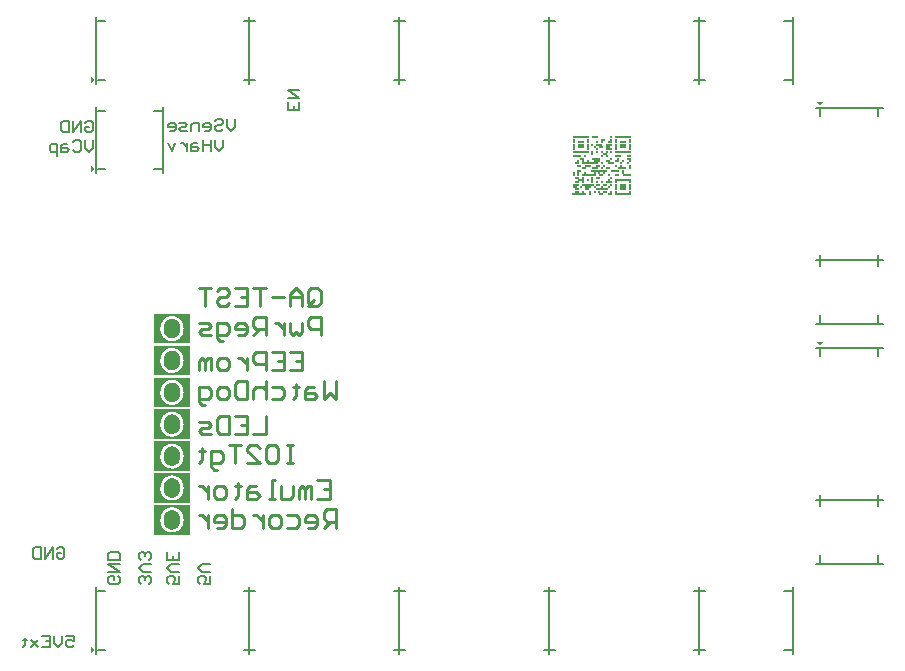
<source format=gbr>
%TF.GenerationSoftware,Altium Limited,Altium Designer,21.2.2 (38)*%
G04 Layer_Color=32896*
%FSLAX45Y45*%
%MOMM*%
%TF.SameCoordinates,D1C1B47B-FFDC-44FD-B647-F1046EBF8E97*%
%TF.FilePolarity,Positive*%
%TF.FileFunction,Legend,Bot*%
%TF.Part,Single*%
G01*
G75*
%TA.AperFunction,NonConductor*%
%ADD96C,0.20000*%
%ADD97C,0.25000*%
%ADD98R,1.40000X0.15000*%
%ADD99R,0.60000X0.15000*%
%ADD100R,0.20000X0.15000*%
%ADD101R,0.40000X0.15000*%
%ADD102R,0.40000X0.15000*%
%ADD103R,0.60000X0.15000*%
%ADD104R,0.20000X0.15000*%
%ADD105R,0.80000X0.15000*%
%ADD106R,0.80000X0.15000*%
%ADD107R,1.20000X0.15000*%
%ADD108R,1.00000X0.15000*%
G36*
X1867000Y4896500D02*
X1837000Y4871500D01*
Y4921500D01*
X1867000Y4896500D01*
D02*
G37*
G36*
X8007276Y4673673D02*
X7982276Y4703673D01*
X8032276D01*
X8007276Y4673673D01*
D02*
G37*
G36*
X1867000Y4140900D02*
X1837000Y4115900D01*
Y4165900D01*
X1867000Y4140900D01*
D02*
G37*
G36*
X8010500Y2641800D02*
X7985500Y2671800D01*
X8035500D01*
X8010500Y2641800D01*
D02*
G37*
G36*
X1867000Y70500D02*
X1837000Y45500D01*
Y95500D01*
X1867000Y70500D01*
D02*
G37*
G36*
X2670000Y2395000D02*
X2370000D01*
Y2645000D01*
X2670000D01*
Y2395000D01*
D02*
G37*
G36*
Y1855000D02*
X2370000D01*
Y2105000D01*
X2670000D01*
Y1855000D01*
D02*
G37*
G36*
Y1045000D02*
X2370000D01*
Y1295000D01*
X2670000D01*
Y1045000D01*
D02*
G37*
G36*
Y1585000D02*
X2370000D01*
Y1835000D01*
X2670000D01*
Y1585000D01*
D02*
G37*
G36*
Y1315000D02*
X2370000D01*
Y1565000D01*
X2670000D01*
Y1315000D01*
D02*
G37*
G36*
Y2665000D02*
X2370000D01*
Y2915000D01*
X2670000D01*
Y2665000D01*
D02*
G37*
G36*
Y2125000D02*
X2370000D01*
Y2375000D01*
X2670000D01*
Y2125000D01*
D02*
G37*
%LPC*%
G36*
X2521333Y2625953D02*
X2520000D01*
X2516002Y2625805D01*
X2512152Y2625657D01*
X2508302Y2625212D01*
X2504600Y2624768D01*
X2497492Y2623287D01*
X2490680Y2621510D01*
X2484460Y2619289D01*
X2478685Y2616772D01*
X2473354Y2614254D01*
X2468468Y2611589D01*
X2464173Y2608775D01*
X2460323Y2606258D01*
X2457065Y2603741D01*
X2454400Y2601667D01*
X2452178Y2599742D01*
X2451290Y2599002D01*
X2450698Y2598262D01*
X2450105Y2597817D01*
X2449661Y2597373D01*
X2449513Y2597225D01*
X2449365Y2597077D01*
X2446848Y2594263D01*
X2444478Y2591450D01*
X2442405Y2588488D01*
X2440332Y2585378D01*
X2436630Y2579011D01*
X2433520Y2572495D01*
X2430855Y2565832D01*
X2428633Y2559168D01*
X2426856Y2552652D01*
X2425376Y2546285D01*
X2424339Y2540361D01*
X2423451Y2534882D01*
X2423154Y2532365D01*
X2422858Y2529996D01*
X2422562Y2527774D01*
X2422414Y2525701D01*
X2422266Y2523776D01*
X2422118Y2522147D01*
Y2520667D01*
X2421970Y2519482D01*
Y2517261D01*
X2422118Y2512226D01*
X2422414Y2507339D01*
X2423006Y2502601D01*
X2423747Y2497862D01*
X2424635Y2493419D01*
X2425672Y2489273D01*
X2426708Y2485275D01*
X2427893Y2481573D01*
X2428930Y2478167D01*
X2429966Y2475205D01*
X2431003Y2472540D01*
X2431891Y2470319D01*
X2432632Y2468394D01*
X2433224Y2467061D01*
X2433520Y2466320D01*
X2433668Y2466024D01*
X2436038Y2461582D01*
X2438555Y2457436D01*
X2441220Y2453585D01*
X2444034Y2449883D01*
X2446848Y2446477D01*
X2449661Y2443368D01*
X2452623Y2440554D01*
X2455288Y2437889D01*
X2457954Y2435667D01*
X2460323Y2433594D01*
X2462544Y2431965D01*
X2464469Y2430485D01*
X2465950Y2429448D01*
X2467135Y2428560D01*
X2467875Y2428115D01*
X2468171Y2427967D01*
X2472466Y2425450D01*
X2476908Y2423377D01*
X2481499Y2421452D01*
X2485941Y2419971D01*
X2490236Y2418638D01*
X2494530Y2417453D01*
X2498676Y2416565D01*
X2502674Y2415824D01*
X2506228Y2415232D01*
X2509634Y2414788D01*
X2512596Y2414492D01*
X2515113Y2414344D01*
X2517186Y2414196D01*
X2518667Y2414047D01*
X2520000D01*
X2524887Y2414196D01*
X2529773Y2414640D01*
X2534512Y2415232D01*
X2538955Y2415973D01*
X2543397Y2417009D01*
X2547395Y2418046D01*
X2551245Y2419230D01*
X2554947Y2420415D01*
X2558205Y2421452D01*
X2561019Y2422636D01*
X2563536Y2423673D01*
X2565757Y2424709D01*
X2567386Y2425450D01*
X2568719Y2426042D01*
X2569459Y2426486D01*
X2569756Y2426634D01*
X2573902Y2429152D01*
X2577900Y2431817D01*
X2581602Y2434779D01*
X2585156Y2437741D01*
X2588266Y2440850D01*
X2591227Y2443960D01*
X2593893Y2446922D01*
X2596262Y2449883D01*
X2598335Y2452697D01*
X2600260Y2455362D01*
X2601889Y2457732D01*
X2603074Y2459805D01*
X2604111Y2461434D01*
X2604851Y2462766D01*
X2605295Y2463507D01*
X2605443Y2463803D01*
X2607665Y2468542D01*
X2609590Y2473280D01*
X2611219Y2478019D01*
X2612699Y2482906D01*
X2613884Y2487644D01*
X2614921Y2492235D01*
X2615809Y2496677D01*
X2616401Y2500972D01*
X2616994Y2504822D01*
X2617438Y2508524D01*
X2617586Y2511634D01*
X2617882Y2514299D01*
Y2516520D01*
X2618030Y2517557D01*
Y2519630D01*
X2617882Y2525257D01*
X2617586Y2530736D01*
X2616994Y2536067D01*
X2616105Y2541102D01*
X2615217Y2545989D01*
X2614180Y2550431D01*
X2613144Y2554725D01*
X2612107Y2558576D01*
X2610922Y2562129D01*
X2609886Y2565239D01*
X2608849Y2568053D01*
X2607961Y2570274D01*
X2607220Y2572199D01*
X2606628Y2573532D01*
X2606184Y2574272D01*
X2606036Y2574568D01*
X2603666Y2579011D01*
X2601149Y2583157D01*
X2598335Y2587007D01*
X2595522Y2590709D01*
X2592708Y2594115D01*
X2589747Y2597225D01*
X2586933Y2600038D01*
X2584120Y2602556D01*
X2581454Y2604777D01*
X2579085Y2606850D01*
X2576864Y2608479D01*
X2574938Y2609812D01*
X2573458Y2610997D01*
X2572273Y2611737D01*
X2571533Y2612181D01*
X2571236Y2612329D01*
X2566942Y2614699D01*
X2562500Y2616772D01*
X2558057Y2618697D01*
X2553615Y2620178D01*
X2549320Y2621510D01*
X2545026Y2622695D01*
X2540880Y2623584D01*
X2537029Y2624324D01*
X2533476Y2624768D01*
X2530218Y2625212D01*
X2527256Y2625509D01*
X2524739Y2625805D01*
X2522814D01*
X2521333Y2625953D01*
D02*
G37*
%LPD*%
G36*
X2523850Y2602408D02*
X2527552Y2602112D01*
X2531106Y2601667D01*
X2534364Y2600927D01*
X2537622Y2600187D01*
X2540583Y2599298D01*
X2543397Y2598410D01*
X2546062Y2597373D01*
X2548432Y2596485D01*
X2550505Y2595448D01*
X2552282Y2594559D01*
X2553911Y2593819D01*
X2555095Y2593079D01*
X2555984Y2592634D01*
X2556576Y2592338D01*
X2556724Y2592190D01*
X2559686Y2590117D01*
X2562500Y2588044D01*
X2565017Y2585675D01*
X2567534Y2583305D01*
X2569756Y2580936D01*
X2571681Y2578567D01*
X2573606Y2576197D01*
X2575235Y2573976D01*
X2576715Y2571755D01*
X2577900Y2569830D01*
X2578937Y2567905D01*
X2579825Y2566424D01*
X2580566Y2565091D01*
X2581010Y2564203D01*
X2581306Y2563462D01*
X2581454Y2563314D01*
X2582935Y2559760D01*
X2584268Y2556058D01*
X2585452Y2552356D01*
X2586489Y2548654D01*
X2587229Y2544952D01*
X2587970Y2541398D01*
X2588562Y2537844D01*
X2589006Y2534586D01*
X2589302Y2531477D01*
X2589599Y2528663D01*
X2589747Y2526146D01*
X2589895Y2523924D01*
X2590043Y2522147D01*
Y2520815D01*
Y2520074D01*
Y2519778D01*
X2589895Y2512522D01*
X2589154Y2505858D01*
X2588266Y2499491D01*
X2586933Y2493568D01*
X2585452Y2488088D01*
X2583823Y2483054D01*
X2582046Y2478611D01*
X2580121Y2474465D01*
X2578344Y2470763D01*
X2576419Y2467653D01*
X2574790Y2464988D01*
X2573310Y2462766D01*
X2571977Y2460989D01*
X2571088Y2459805D01*
X2570496Y2459064D01*
X2570200Y2458768D01*
X2566350Y2455066D01*
X2562351Y2451660D01*
X2558205Y2448847D01*
X2553911Y2446329D01*
X2549765Y2444256D01*
X2545618Y2442479D01*
X2541472Y2441147D01*
X2537622Y2439962D01*
X2533920Y2439073D01*
X2530514Y2438481D01*
X2527552Y2437889D01*
X2524887Y2437593D01*
X2522814Y2437444D01*
X2521925D01*
X2521185Y2437296D01*
X2519852D01*
X2514373Y2437593D01*
X2509042Y2438185D01*
X2504007Y2439221D01*
X2499417Y2440554D01*
X2494974Y2442183D01*
X2490828Y2443960D01*
X2486978Y2445885D01*
X2483572Y2447958D01*
X2480462Y2449883D01*
X2477649Y2451808D01*
X2475427Y2453585D01*
X2473354Y2455214D01*
X2471873Y2456547D01*
X2470689Y2457584D01*
X2470096Y2458176D01*
X2469800Y2458472D01*
X2466246Y2462618D01*
X2463285Y2467061D01*
X2460619Y2471799D01*
X2458398Y2476538D01*
X2456473Y2481425D01*
X2454844Y2486312D01*
X2453511Y2491050D01*
X2452475Y2495641D01*
X2451586Y2499935D01*
X2450994Y2503933D01*
X2450550Y2507635D01*
X2450253Y2510745D01*
X2450105Y2512078D01*
Y2513262D01*
Y2514299D01*
X2449957Y2515188D01*
Y2515928D01*
Y2516372D01*
Y2516668D01*
Y2516816D01*
Y2521111D01*
X2450253Y2525109D01*
X2450401Y2529107D01*
X2450846Y2532957D01*
X2451290Y2536511D01*
X2451882Y2540065D01*
X2453215Y2546581D01*
X2454844Y2552504D01*
X2456473Y2557983D01*
X2458398Y2562870D01*
X2460323Y2567164D01*
X2462248Y2570866D01*
X2464173Y2573976D01*
X2465950Y2576790D01*
X2467431Y2578863D01*
X2468764Y2580640D01*
X2469800Y2581824D01*
X2470393Y2582417D01*
X2470689Y2582713D01*
X2474687Y2586267D01*
X2478833Y2589229D01*
X2482980Y2591894D01*
X2487126Y2594263D01*
X2491420Y2596040D01*
X2495418Y2597669D01*
X2499417Y2599002D01*
X2503267Y2600038D01*
X2506673Y2600927D01*
X2509930Y2601519D01*
X2512892Y2601964D01*
X2515409Y2602260D01*
X2517335Y2602408D01*
X2518815Y2602556D01*
X2520148D01*
X2523850Y2602408D01*
D02*
G37*
%LPC*%
G36*
X2521333Y2085953D02*
X2520000D01*
X2516002Y2085805D01*
X2512152Y2085657D01*
X2508302Y2085212D01*
X2504600Y2084768D01*
X2497492Y2083287D01*
X2490680Y2081510D01*
X2484460Y2079289D01*
X2478685Y2076772D01*
X2473354Y2074254D01*
X2468468Y2071589D01*
X2464173Y2068775D01*
X2460323Y2066258D01*
X2457065Y2063741D01*
X2454400Y2061667D01*
X2452178Y2059742D01*
X2451290Y2059002D01*
X2450698Y2058262D01*
X2450105Y2057817D01*
X2449661Y2057373D01*
X2449513Y2057225D01*
X2449365Y2057077D01*
X2446848Y2054263D01*
X2444478Y2051450D01*
X2442405Y2048488D01*
X2440332Y2045378D01*
X2436630Y2039011D01*
X2433520Y2032495D01*
X2430855Y2025832D01*
X2428633Y2019168D01*
X2426856Y2012652D01*
X2425376Y2006285D01*
X2424339Y2000362D01*
X2423451Y1994882D01*
X2423154Y1992365D01*
X2422858Y1989996D01*
X2422562Y1987775D01*
X2422414Y1985701D01*
X2422266Y1983776D01*
X2422118Y1982147D01*
Y1980667D01*
X2421970Y1979482D01*
Y1977261D01*
X2422118Y1972226D01*
X2422414Y1967339D01*
X2423006Y1962601D01*
X2423747Y1957862D01*
X2424635Y1953420D01*
X2425672Y1949273D01*
X2426708Y1945275D01*
X2427893Y1941573D01*
X2428930Y1938167D01*
X2429966Y1935205D01*
X2431003Y1932540D01*
X2431891Y1930319D01*
X2432632Y1928394D01*
X2433224Y1927061D01*
X2433520Y1926321D01*
X2433668Y1926024D01*
X2436038Y1921582D01*
X2438555Y1917436D01*
X2441220Y1913585D01*
X2444034Y1909883D01*
X2446848Y1906478D01*
X2449661Y1903368D01*
X2452623Y1900554D01*
X2455288Y1897889D01*
X2457954Y1895668D01*
X2460323Y1893594D01*
X2462544Y1891965D01*
X2464469Y1890485D01*
X2465950Y1889448D01*
X2467135Y1888560D01*
X2467875Y1888115D01*
X2468171Y1887967D01*
X2472466Y1885450D01*
X2476908Y1883377D01*
X2481499Y1881452D01*
X2485941Y1879971D01*
X2490236Y1878638D01*
X2494530Y1877453D01*
X2498676Y1876565D01*
X2502674Y1875825D01*
X2506228Y1875232D01*
X2509634Y1874788D01*
X2512596Y1874492D01*
X2515113Y1874344D01*
X2517186Y1874196D01*
X2518667Y1874048D01*
X2520000D01*
X2524887Y1874196D01*
X2529773Y1874640D01*
X2534512Y1875232D01*
X2538955Y1875973D01*
X2543397Y1877009D01*
X2547395Y1878046D01*
X2551245Y1879230D01*
X2554947Y1880415D01*
X2558205Y1881452D01*
X2561019Y1882636D01*
X2563536Y1883673D01*
X2565757Y1884709D01*
X2567386Y1885450D01*
X2568719Y1886042D01*
X2569459Y1886486D01*
X2569756Y1886635D01*
X2573902Y1889152D01*
X2577900Y1891817D01*
X2581602Y1894779D01*
X2585156Y1897741D01*
X2588266Y1900850D01*
X2591227Y1903960D01*
X2593893Y1906922D01*
X2596262Y1909883D01*
X2598335Y1912697D01*
X2600260Y1915362D01*
X2601889Y1917732D01*
X2603074Y1919805D01*
X2604111Y1921434D01*
X2604851Y1922767D01*
X2605295Y1923507D01*
X2605443Y1923803D01*
X2607665Y1928542D01*
X2609590Y1933280D01*
X2611219Y1938019D01*
X2612699Y1942906D01*
X2613884Y1947644D01*
X2614921Y1952235D01*
X2615809Y1956677D01*
X2616401Y1960972D01*
X2616994Y1964822D01*
X2617438Y1968524D01*
X2617586Y1971634D01*
X2617882Y1974299D01*
Y1976520D01*
X2618030Y1977557D01*
Y1979630D01*
X2617882Y1985257D01*
X2617586Y1990736D01*
X2616994Y1996067D01*
X2616105Y2001102D01*
X2615217Y2005989D01*
X2614180Y2010431D01*
X2613144Y2014725D01*
X2612107Y2018576D01*
X2610922Y2022130D01*
X2609886Y2025239D01*
X2608849Y2028053D01*
X2607961Y2030274D01*
X2607220Y2032199D01*
X2606628Y2033532D01*
X2606184Y2034272D01*
X2606036Y2034568D01*
X2603666Y2039011D01*
X2601149Y2043157D01*
X2598335Y2047007D01*
X2595522Y2050709D01*
X2592708Y2054115D01*
X2589747Y2057225D01*
X2586933Y2060039D01*
X2584120Y2062556D01*
X2581454Y2064777D01*
X2579085Y2066850D01*
X2576864Y2068479D01*
X2574938Y2069812D01*
X2573458Y2070997D01*
X2572273Y2071737D01*
X2571533Y2072181D01*
X2571236Y2072329D01*
X2566942Y2074699D01*
X2562500Y2076772D01*
X2558057Y2078697D01*
X2553615Y2080178D01*
X2549320Y2081510D01*
X2545026Y2082695D01*
X2540880Y2083584D01*
X2537029Y2084324D01*
X2533476Y2084768D01*
X2530218Y2085212D01*
X2527256Y2085509D01*
X2524739Y2085805D01*
X2522814D01*
X2521333Y2085953D01*
D02*
G37*
%LPD*%
G36*
X2523850Y2062408D02*
X2527552Y2062112D01*
X2531106Y2061667D01*
X2534364Y2060927D01*
X2537622Y2060187D01*
X2540583Y2059298D01*
X2543397Y2058410D01*
X2546062Y2057373D01*
X2548432Y2056485D01*
X2550505Y2055448D01*
X2552282Y2054560D01*
X2553911Y2053819D01*
X2555095Y2053079D01*
X2555984Y2052634D01*
X2556576Y2052338D01*
X2556724Y2052190D01*
X2559686Y2050117D01*
X2562500Y2048044D01*
X2565017Y2045675D01*
X2567534Y2043305D01*
X2569756Y2040936D01*
X2571681Y2038567D01*
X2573606Y2036197D01*
X2575235Y2033976D01*
X2576715Y2031755D01*
X2577900Y2029830D01*
X2578937Y2027905D01*
X2579825Y2026424D01*
X2580566Y2025091D01*
X2581010Y2024203D01*
X2581306Y2023462D01*
X2581454Y2023314D01*
X2582935Y2019760D01*
X2584268Y2016058D01*
X2585452Y2012356D01*
X2586489Y2008654D01*
X2587229Y2004952D01*
X2587970Y2001398D01*
X2588562Y1997844D01*
X2589006Y1994586D01*
X2589302Y1991477D01*
X2589599Y1988663D01*
X2589747Y1986146D01*
X2589895Y1983924D01*
X2590043Y1982147D01*
Y1980815D01*
Y1980074D01*
Y1979778D01*
X2589895Y1972522D01*
X2589154Y1965858D01*
X2588266Y1959491D01*
X2586933Y1953568D01*
X2585452Y1948089D01*
X2583823Y1943054D01*
X2582046Y1938611D01*
X2580121Y1934465D01*
X2578344Y1930763D01*
X2576419Y1927653D01*
X2574790Y1924988D01*
X2573310Y1922767D01*
X2571977Y1920990D01*
X2571088Y1919805D01*
X2570496Y1919064D01*
X2570200Y1918768D01*
X2566350Y1915066D01*
X2562351Y1911660D01*
X2558205Y1908847D01*
X2553911Y1906329D01*
X2549765Y1904256D01*
X2545618Y1902479D01*
X2541472Y1901147D01*
X2537622Y1899962D01*
X2533920Y1899073D01*
X2530514Y1898481D01*
X2527552Y1897889D01*
X2524887Y1897593D01*
X2522814Y1897445D01*
X2521925D01*
X2521185Y1897296D01*
X2519852D01*
X2514373Y1897593D01*
X2509042Y1898185D01*
X2504007Y1899221D01*
X2499417Y1900554D01*
X2494974Y1902183D01*
X2490828Y1903960D01*
X2486978Y1905885D01*
X2483572Y1907958D01*
X2480462Y1909883D01*
X2477649Y1911808D01*
X2475427Y1913585D01*
X2473354Y1915214D01*
X2471873Y1916547D01*
X2470689Y1917584D01*
X2470096Y1918176D01*
X2469800Y1918472D01*
X2466246Y1922618D01*
X2463285Y1927061D01*
X2460619Y1931800D01*
X2458398Y1936538D01*
X2456473Y1941425D01*
X2454844Y1946312D01*
X2453511Y1951050D01*
X2452475Y1955641D01*
X2451586Y1959935D01*
X2450994Y1963933D01*
X2450550Y1967635D01*
X2450253Y1970745D01*
X2450105Y1972078D01*
Y1973262D01*
Y1974299D01*
X2449957Y1975188D01*
Y1975928D01*
Y1976372D01*
Y1976668D01*
Y1976816D01*
Y1981111D01*
X2450253Y1985109D01*
X2450401Y1989107D01*
X2450846Y1992957D01*
X2451290Y1996511D01*
X2451882Y2000065D01*
X2453215Y2006581D01*
X2454844Y2012504D01*
X2456473Y2017983D01*
X2458398Y2022870D01*
X2460323Y2027164D01*
X2462248Y2030866D01*
X2464173Y2033976D01*
X2465950Y2036790D01*
X2467431Y2038863D01*
X2468764Y2040640D01*
X2469800Y2041824D01*
X2470393Y2042417D01*
X2470689Y2042713D01*
X2474687Y2046267D01*
X2478833Y2049229D01*
X2482980Y2051894D01*
X2487126Y2054263D01*
X2491420Y2056040D01*
X2495418Y2057669D01*
X2499417Y2059002D01*
X2503267Y2060039D01*
X2506673Y2060927D01*
X2509930Y2061519D01*
X2512892Y2061964D01*
X2515409Y2062260D01*
X2517335Y2062408D01*
X2518815Y2062556D01*
X2520148D01*
X2523850Y2062408D01*
D02*
G37*
%LPC*%
G36*
X2521333Y1275953D02*
X2520000D01*
X2516002Y1275805D01*
X2512152Y1275657D01*
X2508302Y1275212D01*
X2504600Y1274768D01*
X2497492Y1273287D01*
X2490680Y1271510D01*
X2484460Y1269289D01*
X2478685Y1266772D01*
X2473354Y1264254D01*
X2468468Y1261589D01*
X2464173Y1258775D01*
X2460323Y1256258D01*
X2457065Y1253740D01*
X2454400Y1251667D01*
X2452178Y1249742D01*
X2451290Y1249002D01*
X2450698Y1248261D01*
X2450105Y1247817D01*
X2449661Y1247373D01*
X2449513Y1247225D01*
X2449365Y1247077D01*
X2446848Y1244263D01*
X2444478Y1241450D01*
X2442405Y1238488D01*
X2440332Y1235378D01*
X2436630Y1229011D01*
X2433520Y1222495D01*
X2430855Y1215831D01*
X2428633Y1209168D01*
X2426856Y1202652D01*
X2425376Y1196285D01*
X2424339Y1190361D01*
X2423451Y1184882D01*
X2423154Y1182365D01*
X2422858Y1179996D01*
X2422562Y1177774D01*
X2422414Y1175701D01*
X2422266Y1173776D01*
X2422118Y1172147D01*
Y1170666D01*
X2421970Y1169482D01*
Y1167261D01*
X2422118Y1162226D01*
X2422414Y1157339D01*
X2423006Y1152600D01*
X2423747Y1147862D01*
X2424635Y1143419D01*
X2425672Y1139273D01*
X2426708Y1135275D01*
X2427893Y1131573D01*
X2428930Y1128167D01*
X2429966Y1125205D01*
X2431003Y1122540D01*
X2431891Y1120319D01*
X2432632Y1118393D01*
X2433224Y1117061D01*
X2433520Y1116320D01*
X2433668Y1116024D01*
X2436038Y1111582D01*
X2438555Y1107435D01*
X2441220Y1103585D01*
X2444034Y1099883D01*
X2446848Y1096477D01*
X2449661Y1093368D01*
X2452623Y1090554D01*
X2455288Y1087889D01*
X2457954Y1085667D01*
X2460323Y1083594D01*
X2462544Y1081965D01*
X2464469Y1080485D01*
X2465950Y1079448D01*
X2467135Y1078559D01*
X2467875Y1078115D01*
X2468171Y1077967D01*
X2472466Y1075450D01*
X2476908Y1073377D01*
X2481499Y1071452D01*
X2485941Y1069971D01*
X2490236Y1068638D01*
X2494530Y1067453D01*
X2498676Y1066565D01*
X2502674Y1065824D01*
X2506228Y1065232D01*
X2509634Y1064788D01*
X2512596Y1064492D01*
X2515113Y1064344D01*
X2517186Y1064195D01*
X2518667Y1064047D01*
X2520000D01*
X2524887Y1064195D01*
X2529773Y1064640D01*
X2534512Y1065232D01*
X2538955Y1065972D01*
X2543397Y1067009D01*
X2547395Y1068046D01*
X2551245Y1069230D01*
X2554947Y1070415D01*
X2558205Y1071452D01*
X2561019Y1072636D01*
X2563536Y1073673D01*
X2565757Y1074709D01*
X2567386Y1075450D01*
X2568719Y1076042D01*
X2569459Y1076486D01*
X2569756Y1076634D01*
X2573902Y1079152D01*
X2577900Y1081817D01*
X2581602Y1084779D01*
X2585156Y1087741D01*
X2588266Y1090850D01*
X2591227Y1093960D01*
X2593893Y1096922D01*
X2596262Y1099883D01*
X2598335Y1102697D01*
X2600260Y1105362D01*
X2601889Y1107732D01*
X2603074Y1109805D01*
X2604111Y1111434D01*
X2604851Y1112766D01*
X2605295Y1113507D01*
X2605443Y1113803D01*
X2607665Y1118542D01*
X2609590Y1123280D01*
X2611219Y1128019D01*
X2612699Y1132906D01*
X2613884Y1137644D01*
X2614921Y1142235D01*
X2615809Y1146677D01*
X2616401Y1150972D01*
X2616994Y1154822D01*
X2617438Y1158524D01*
X2617586Y1161633D01*
X2617882Y1164299D01*
Y1166520D01*
X2618030Y1167557D01*
Y1169630D01*
X2617882Y1175257D01*
X2617586Y1180736D01*
X2616994Y1186067D01*
X2616105Y1191102D01*
X2615217Y1195988D01*
X2614180Y1200431D01*
X2613144Y1204725D01*
X2612107Y1208575D01*
X2610922Y1212129D01*
X2609886Y1215239D01*
X2608849Y1218053D01*
X2607961Y1220274D01*
X2607220Y1222199D01*
X2606628Y1223532D01*
X2606184Y1224272D01*
X2606036Y1224568D01*
X2603666Y1229011D01*
X2601149Y1233157D01*
X2598335Y1237007D01*
X2595522Y1240709D01*
X2592708Y1244115D01*
X2589747Y1247225D01*
X2586933Y1250038D01*
X2584120Y1252556D01*
X2581454Y1254777D01*
X2579085Y1256850D01*
X2576864Y1258479D01*
X2574938Y1259812D01*
X2573458Y1260996D01*
X2572273Y1261737D01*
X2571533Y1262181D01*
X2571236Y1262329D01*
X2566942Y1264699D01*
X2562500Y1266772D01*
X2558057Y1268697D01*
X2553615Y1270178D01*
X2549320Y1271510D01*
X2545026Y1272695D01*
X2540880Y1273583D01*
X2537029Y1274324D01*
X2533476Y1274768D01*
X2530218Y1275212D01*
X2527256Y1275508D01*
X2524739Y1275805D01*
X2522814D01*
X2521333Y1275953D01*
D02*
G37*
%LPD*%
G36*
X2523850Y1252408D02*
X2527552Y1252112D01*
X2531106Y1251667D01*
X2534364Y1250927D01*
X2537622Y1250186D01*
X2540583Y1249298D01*
X2543397Y1248409D01*
X2546062Y1247373D01*
X2548432Y1246484D01*
X2550505Y1245448D01*
X2552282Y1244559D01*
X2553911Y1243819D01*
X2555095Y1243079D01*
X2555984Y1242634D01*
X2556576Y1242338D01*
X2556724Y1242190D01*
X2559686Y1240117D01*
X2562500Y1238044D01*
X2565017Y1235674D01*
X2567534Y1233305D01*
X2569756Y1230936D01*
X2571681Y1228567D01*
X2573606Y1226197D01*
X2575235Y1223976D01*
X2576715Y1221755D01*
X2577900Y1219830D01*
X2578937Y1217905D01*
X2579825Y1216424D01*
X2580566Y1215091D01*
X2581010Y1214203D01*
X2581306Y1213462D01*
X2581454Y1213314D01*
X2582935Y1209760D01*
X2584268Y1206058D01*
X2585452Y1202356D01*
X2586489Y1198654D01*
X2587229Y1194952D01*
X2587970Y1191398D01*
X2588562Y1187844D01*
X2589006Y1184586D01*
X2589302Y1181476D01*
X2589599Y1178663D01*
X2589747Y1176145D01*
X2589895Y1173924D01*
X2590043Y1172147D01*
Y1170815D01*
Y1170074D01*
Y1169778D01*
X2589895Y1162522D01*
X2589154Y1155858D01*
X2588266Y1149491D01*
X2586933Y1143567D01*
X2585452Y1138088D01*
X2583823Y1133054D01*
X2582046Y1128611D01*
X2580121Y1124465D01*
X2578344Y1120763D01*
X2576419Y1117653D01*
X2574790Y1114988D01*
X2573310Y1112766D01*
X2571977Y1110989D01*
X2571088Y1109805D01*
X2570496Y1109064D01*
X2570200Y1108768D01*
X2566350Y1105066D01*
X2562351Y1101660D01*
X2558205Y1098847D01*
X2553911Y1096329D01*
X2549765Y1094256D01*
X2545618Y1092479D01*
X2541472Y1091146D01*
X2537622Y1089962D01*
X2533920Y1089073D01*
X2530514Y1088481D01*
X2527552Y1087889D01*
X2524887Y1087592D01*
X2522814Y1087444D01*
X2521925D01*
X2521185Y1087296D01*
X2519852D01*
X2514373Y1087592D01*
X2509042Y1088185D01*
X2504007Y1089221D01*
X2499417Y1090554D01*
X2494974Y1092183D01*
X2490828Y1093960D01*
X2486978Y1095885D01*
X2483572Y1097958D01*
X2480462Y1099883D01*
X2477649Y1101808D01*
X2475427Y1103585D01*
X2473354Y1105214D01*
X2471873Y1106547D01*
X2470689Y1107584D01*
X2470096Y1108176D01*
X2469800Y1108472D01*
X2466246Y1112618D01*
X2463285Y1117061D01*
X2460619Y1121799D01*
X2458398Y1126538D01*
X2456473Y1131425D01*
X2454844Y1136311D01*
X2453511Y1141050D01*
X2452475Y1145641D01*
X2451586Y1149935D01*
X2450994Y1153933D01*
X2450550Y1157635D01*
X2450253Y1160745D01*
X2450105Y1162078D01*
Y1163262D01*
Y1164299D01*
X2449957Y1165187D01*
Y1165928D01*
Y1166372D01*
Y1166668D01*
Y1166816D01*
Y1171111D01*
X2450253Y1175109D01*
X2450401Y1179107D01*
X2450846Y1182957D01*
X2451290Y1186511D01*
X2451882Y1190065D01*
X2453215Y1196581D01*
X2454844Y1202504D01*
X2456473Y1207983D01*
X2458398Y1212870D01*
X2460323Y1217164D01*
X2462248Y1220866D01*
X2464173Y1223976D01*
X2465950Y1226790D01*
X2467431Y1228863D01*
X2468764Y1230640D01*
X2469800Y1231824D01*
X2470393Y1232417D01*
X2470689Y1232713D01*
X2474687Y1236267D01*
X2478833Y1239228D01*
X2482980Y1241894D01*
X2487126Y1244263D01*
X2491420Y1246040D01*
X2495418Y1247669D01*
X2499417Y1249002D01*
X2503267Y1250038D01*
X2506673Y1250927D01*
X2509930Y1251519D01*
X2512892Y1251963D01*
X2515409Y1252260D01*
X2517335Y1252408D01*
X2518815Y1252556D01*
X2520148D01*
X2523850Y1252408D01*
D02*
G37*
%LPC*%
G36*
X2521333Y1815953D02*
X2520000D01*
X2516002Y1815805D01*
X2512152Y1815657D01*
X2508302Y1815212D01*
X2504600Y1814768D01*
X2497492Y1813287D01*
X2490680Y1811510D01*
X2484460Y1809289D01*
X2478685Y1806772D01*
X2473354Y1804254D01*
X2468468Y1801589D01*
X2464173Y1798775D01*
X2460323Y1796258D01*
X2457065Y1793740D01*
X2454400Y1791667D01*
X2452178Y1789742D01*
X2451290Y1789002D01*
X2450698Y1788261D01*
X2450105Y1787817D01*
X2449661Y1787373D01*
X2449513Y1787225D01*
X2449365Y1787077D01*
X2446848Y1784263D01*
X2444478Y1781450D01*
X2442405Y1778488D01*
X2440332Y1775378D01*
X2436630Y1769011D01*
X2433520Y1762495D01*
X2430855Y1755831D01*
X2428633Y1749168D01*
X2426856Y1742652D01*
X2425376Y1736285D01*
X2424339Y1730361D01*
X2423451Y1724882D01*
X2423154Y1722365D01*
X2422858Y1719996D01*
X2422562Y1717774D01*
X2422414Y1715701D01*
X2422266Y1713776D01*
X2422118Y1712147D01*
Y1710666D01*
X2421970Y1709482D01*
Y1707260D01*
X2422118Y1702226D01*
X2422414Y1697339D01*
X2423006Y1692600D01*
X2423747Y1687862D01*
X2424635Y1683419D01*
X2425672Y1679273D01*
X2426708Y1675275D01*
X2427893Y1671573D01*
X2428930Y1668167D01*
X2429966Y1665205D01*
X2431003Y1662540D01*
X2431891Y1660318D01*
X2432632Y1658393D01*
X2433224Y1657061D01*
X2433520Y1656320D01*
X2433668Y1656024D01*
X2436038Y1651582D01*
X2438555Y1647435D01*
X2441220Y1643585D01*
X2444034Y1639883D01*
X2446848Y1636477D01*
X2449661Y1633368D01*
X2452623Y1630554D01*
X2455288Y1627889D01*
X2457954Y1625667D01*
X2460323Y1623594D01*
X2462544Y1621965D01*
X2464469Y1620484D01*
X2465950Y1619448D01*
X2467135Y1618559D01*
X2467875Y1618115D01*
X2468171Y1617967D01*
X2472466Y1615450D01*
X2476908Y1613377D01*
X2481499Y1611451D01*
X2485941Y1609971D01*
X2490236Y1608638D01*
X2494530Y1607453D01*
X2498676Y1606565D01*
X2502674Y1605824D01*
X2506228Y1605232D01*
X2509634Y1604788D01*
X2512596Y1604492D01*
X2515113Y1604344D01*
X2517186Y1604195D01*
X2518667Y1604047D01*
X2520000D01*
X2524887Y1604195D01*
X2529773Y1604640D01*
X2534512Y1605232D01*
X2538955Y1605972D01*
X2543397Y1607009D01*
X2547395Y1608046D01*
X2551245Y1609230D01*
X2554947Y1610415D01*
X2558205Y1611451D01*
X2561019Y1612636D01*
X2563536Y1613673D01*
X2565757Y1614709D01*
X2567386Y1615450D01*
X2568719Y1616042D01*
X2569459Y1616486D01*
X2569756Y1616634D01*
X2573902Y1619152D01*
X2577900Y1621817D01*
X2581602Y1624779D01*
X2585156Y1627740D01*
X2588266Y1630850D01*
X2591227Y1633960D01*
X2593893Y1636922D01*
X2596262Y1639883D01*
X2598335Y1642697D01*
X2600260Y1645362D01*
X2601889Y1647732D01*
X2603074Y1649805D01*
X2604111Y1651434D01*
X2604851Y1652766D01*
X2605295Y1653507D01*
X2605443Y1653803D01*
X2607665Y1658542D01*
X2609590Y1663280D01*
X2611219Y1668019D01*
X2612699Y1672905D01*
X2613884Y1677644D01*
X2614921Y1682235D01*
X2615809Y1686677D01*
X2616401Y1690971D01*
X2616994Y1694822D01*
X2617438Y1698524D01*
X2617586Y1701633D01*
X2617882Y1704299D01*
Y1706520D01*
X2618030Y1707557D01*
Y1709630D01*
X2617882Y1715257D01*
X2617586Y1720736D01*
X2616994Y1726067D01*
X2616105Y1731102D01*
X2615217Y1735988D01*
X2614180Y1740431D01*
X2613144Y1744725D01*
X2612107Y1748575D01*
X2610922Y1752129D01*
X2609886Y1755239D01*
X2608849Y1758053D01*
X2607961Y1760274D01*
X2607220Y1762199D01*
X2606628Y1763532D01*
X2606184Y1764272D01*
X2606036Y1764568D01*
X2603666Y1769011D01*
X2601149Y1773157D01*
X2598335Y1777007D01*
X2595522Y1780709D01*
X2592708Y1784115D01*
X2589747Y1787225D01*
X2586933Y1790038D01*
X2584120Y1792556D01*
X2581454Y1794777D01*
X2579085Y1796850D01*
X2576864Y1798479D01*
X2574938Y1799812D01*
X2573458Y1800996D01*
X2572273Y1801737D01*
X2571533Y1802181D01*
X2571236Y1802329D01*
X2566942Y1804698D01*
X2562500Y1806772D01*
X2558057Y1808697D01*
X2553615Y1810177D01*
X2549320Y1811510D01*
X2545026Y1812695D01*
X2540880Y1813583D01*
X2537029Y1814324D01*
X2533476Y1814768D01*
X2530218Y1815212D01*
X2527256Y1815508D01*
X2524739Y1815805D01*
X2522814D01*
X2521333Y1815953D01*
D02*
G37*
%LPD*%
G36*
X2523850Y1792408D02*
X2527552Y1792111D01*
X2531106Y1791667D01*
X2534364Y1790927D01*
X2537622Y1790186D01*
X2540583Y1789298D01*
X2543397Y1788409D01*
X2546062Y1787373D01*
X2548432Y1786484D01*
X2550505Y1785448D01*
X2552282Y1784559D01*
X2553911Y1783819D01*
X2555095Y1783078D01*
X2555984Y1782634D01*
X2556576Y1782338D01*
X2556724Y1782190D01*
X2559686Y1780117D01*
X2562500Y1778044D01*
X2565017Y1775674D01*
X2567534Y1773305D01*
X2569756Y1770936D01*
X2571681Y1768566D01*
X2573606Y1766197D01*
X2575235Y1763976D01*
X2576715Y1761755D01*
X2577900Y1759830D01*
X2578937Y1757905D01*
X2579825Y1756424D01*
X2580566Y1755091D01*
X2581010Y1754202D01*
X2581306Y1753462D01*
X2581454Y1753314D01*
X2582935Y1749760D01*
X2584268Y1746058D01*
X2585452Y1742356D01*
X2586489Y1738654D01*
X2587229Y1734952D01*
X2587970Y1731398D01*
X2588562Y1727844D01*
X2589006Y1724586D01*
X2589302Y1721476D01*
X2589599Y1718663D01*
X2589747Y1716145D01*
X2589895Y1713924D01*
X2590043Y1712147D01*
Y1710814D01*
Y1710074D01*
Y1709778D01*
X2589895Y1702522D01*
X2589154Y1695858D01*
X2588266Y1689491D01*
X2586933Y1683567D01*
X2585452Y1678088D01*
X2583823Y1673054D01*
X2582046Y1668611D01*
X2580121Y1664465D01*
X2578344Y1660763D01*
X2576419Y1657653D01*
X2574790Y1654988D01*
X2573310Y1652766D01*
X2571977Y1650989D01*
X2571088Y1649805D01*
X2570496Y1649064D01*
X2570200Y1648768D01*
X2566350Y1645066D01*
X2562351Y1641660D01*
X2558205Y1638847D01*
X2553911Y1636329D01*
X2549765Y1634256D01*
X2545618Y1632479D01*
X2541472Y1631146D01*
X2537622Y1629962D01*
X2533920Y1629073D01*
X2530514Y1628481D01*
X2527552Y1627889D01*
X2524887Y1627592D01*
X2522814Y1627444D01*
X2521925D01*
X2521185Y1627296D01*
X2519852D01*
X2514373Y1627592D01*
X2509042Y1628185D01*
X2504007Y1629221D01*
X2499417Y1630554D01*
X2494974Y1632183D01*
X2490828Y1633960D01*
X2486978Y1635885D01*
X2483572Y1637958D01*
X2480462Y1639883D01*
X2477649Y1641808D01*
X2475427Y1643585D01*
X2473354Y1645214D01*
X2471873Y1646547D01*
X2470689Y1647583D01*
X2470096Y1648176D01*
X2469800Y1648472D01*
X2466246Y1652618D01*
X2463285Y1657061D01*
X2460619Y1661799D01*
X2458398Y1666538D01*
X2456473Y1671425D01*
X2454844Y1676311D01*
X2453511Y1681050D01*
X2452475Y1685641D01*
X2451586Y1689935D01*
X2450994Y1693933D01*
X2450550Y1697635D01*
X2450253Y1700745D01*
X2450105Y1702078D01*
Y1703262D01*
Y1704299D01*
X2449957Y1705187D01*
Y1705928D01*
Y1706372D01*
Y1706668D01*
Y1706816D01*
Y1711111D01*
X2450253Y1715109D01*
X2450401Y1719107D01*
X2450846Y1722957D01*
X2451290Y1726511D01*
X2451882Y1730065D01*
X2453215Y1736581D01*
X2454844Y1742504D01*
X2456473Y1747983D01*
X2458398Y1752870D01*
X2460323Y1757164D01*
X2462248Y1760866D01*
X2464173Y1763976D01*
X2465950Y1766789D01*
X2467431Y1768863D01*
X2468764Y1770640D01*
X2469800Y1771824D01*
X2470393Y1772417D01*
X2470689Y1772713D01*
X2474687Y1776267D01*
X2478833Y1779228D01*
X2482980Y1781894D01*
X2487126Y1784263D01*
X2491420Y1786040D01*
X2495418Y1787669D01*
X2499417Y1789002D01*
X2503267Y1790038D01*
X2506673Y1790927D01*
X2509930Y1791519D01*
X2512892Y1791963D01*
X2515409Y1792260D01*
X2517335Y1792408D01*
X2518815Y1792556D01*
X2520148D01*
X2523850Y1792408D01*
D02*
G37*
%LPC*%
G36*
X2521333Y1545953D02*
X2520000D01*
X2516002Y1545805D01*
X2512152Y1545657D01*
X2508302Y1545212D01*
X2504600Y1544768D01*
X2497492Y1543287D01*
X2490680Y1541510D01*
X2484460Y1539289D01*
X2478685Y1536772D01*
X2473354Y1534254D01*
X2468468Y1531589D01*
X2464173Y1528775D01*
X2460323Y1526258D01*
X2457065Y1523740D01*
X2454400Y1521667D01*
X2452178Y1519742D01*
X2451290Y1519002D01*
X2450698Y1518261D01*
X2450105Y1517817D01*
X2449661Y1517373D01*
X2449513Y1517225D01*
X2449365Y1517077D01*
X2446848Y1514263D01*
X2444478Y1511450D01*
X2442405Y1508488D01*
X2440332Y1505378D01*
X2436630Y1499011D01*
X2433520Y1492495D01*
X2430855Y1485831D01*
X2428633Y1479168D01*
X2426856Y1472652D01*
X2425376Y1466285D01*
X2424339Y1460361D01*
X2423451Y1454882D01*
X2423154Y1452365D01*
X2422858Y1449996D01*
X2422562Y1447774D01*
X2422414Y1445701D01*
X2422266Y1443776D01*
X2422118Y1442147D01*
Y1440666D01*
X2421970Y1439482D01*
Y1437261D01*
X2422118Y1432226D01*
X2422414Y1427339D01*
X2423006Y1422600D01*
X2423747Y1417862D01*
X2424635Y1413419D01*
X2425672Y1409273D01*
X2426708Y1405275D01*
X2427893Y1401573D01*
X2428930Y1398167D01*
X2429966Y1395205D01*
X2431003Y1392540D01*
X2431891Y1390319D01*
X2432632Y1388393D01*
X2433224Y1387061D01*
X2433520Y1386320D01*
X2433668Y1386024D01*
X2436038Y1381582D01*
X2438555Y1377435D01*
X2441220Y1373585D01*
X2444034Y1369883D01*
X2446848Y1366477D01*
X2449661Y1363368D01*
X2452623Y1360554D01*
X2455288Y1357889D01*
X2457954Y1355667D01*
X2460323Y1353594D01*
X2462544Y1351965D01*
X2464469Y1350484D01*
X2465950Y1349448D01*
X2467135Y1348559D01*
X2467875Y1348115D01*
X2468171Y1347967D01*
X2472466Y1345450D01*
X2476908Y1343377D01*
X2481499Y1341451D01*
X2485941Y1339971D01*
X2490236Y1338638D01*
X2494530Y1337453D01*
X2498676Y1336565D01*
X2502674Y1335824D01*
X2506228Y1335232D01*
X2509634Y1334788D01*
X2512596Y1334492D01*
X2515113Y1334344D01*
X2517186Y1334195D01*
X2518667Y1334047D01*
X2520000D01*
X2524887Y1334195D01*
X2529773Y1334640D01*
X2534512Y1335232D01*
X2538955Y1335972D01*
X2543397Y1337009D01*
X2547395Y1338046D01*
X2551245Y1339230D01*
X2554947Y1340415D01*
X2558205Y1341451D01*
X2561019Y1342636D01*
X2563536Y1343673D01*
X2565757Y1344709D01*
X2567386Y1345450D01*
X2568719Y1346042D01*
X2569459Y1346486D01*
X2569756Y1346634D01*
X2573902Y1349152D01*
X2577900Y1351817D01*
X2581602Y1354779D01*
X2585156Y1357740D01*
X2588266Y1360850D01*
X2591227Y1363960D01*
X2593893Y1366922D01*
X2596262Y1369883D01*
X2598335Y1372697D01*
X2600260Y1375362D01*
X2601889Y1377732D01*
X2603074Y1379805D01*
X2604111Y1381434D01*
X2604851Y1382766D01*
X2605295Y1383507D01*
X2605443Y1383803D01*
X2607665Y1388542D01*
X2609590Y1393280D01*
X2611219Y1398019D01*
X2612699Y1402905D01*
X2613884Y1407644D01*
X2614921Y1412235D01*
X2615809Y1416677D01*
X2616401Y1420972D01*
X2616994Y1424822D01*
X2617438Y1428524D01*
X2617586Y1431633D01*
X2617882Y1434299D01*
Y1436520D01*
X2618030Y1437557D01*
Y1439630D01*
X2617882Y1445257D01*
X2617586Y1450736D01*
X2616994Y1456067D01*
X2616105Y1461102D01*
X2615217Y1465988D01*
X2614180Y1470431D01*
X2613144Y1474725D01*
X2612107Y1478575D01*
X2610922Y1482129D01*
X2609886Y1485239D01*
X2608849Y1488053D01*
X2607961Y1490274D01*
X2607220Y1492199D01*
X2606628Y1493532D01*
X2606184Y1494272D01*
X2606036Y1494568D01*
X2603666Y1499011D01*
X2601149Y1503157D01*
X2598335Y1507007D01*
X2595522Y1510709D01*
X2592708Y1514115D01*
X2589747Y1517225D01*
X2586933Y1520038D01*
X2584120Y1522556D01*
X2581454Y1524777D01*
X2579085Y1526850D01*
X2576864Y1528479D01*
X2574938Y1529812D01*
X2573458Y1530996D01*
X2572273Y1531737D01*
X2571533Y1532181D01*
X2571236Y1532329D01*
X2566942Y1534698D01*
X2562500Y1536772D01*
X2558057Y1538697D01*
X2553615Y1540178D01*
X2549320Y1541510D01*
X2545026Y1542695D01*
X2540880Y1543583D01*
X2537029Y1544324D01*
X2533476Y1544768D01*
X2530218Y1545212D01*
X2527256Y1545508D01*
X2524739Y1545805D01*
X2522814D01*
X2521333Y1545953D01*
D02*
G37*
%LPD*%
G36*
X2523850Y1522408D02*
X2527552Y1522112D01*
X2531106Y1521667D01*
X2534364Y1520927D01*
X2537622Y1520186D01*
X2540583Y1519298D01*
X2543397Y1518409D01*
X2546062Y1517373D01*
X2548432Y1516484D01*
X2550505Y1515448D01*
X2552282Y1514559D01*
X2553911Y1513819D01*
X2555095Y1513079D01*
X2555984Y1512634D01*
X2556576Y1512338D01*
X2556724Y1512190D01*
X2559686Y1510117D01*
X2562500Y1508044D01*
X2565017Y1505674D01*
X2567534Y1503305D01*
X2569756Y1500936D01*
X2571681Y1498566D01*
X2573606Y1496197D01*
X2575235Y1493976D01*
X2576715Y1491755D01*
X2577900Y1489830D01*
X2578937Y1487905D01*
X2579825Y1486424D01*
X2580566Y1485091D01*
X2581010Y1484203D01*
X2581306Y1483462D01*
X2581454Y1483314D01*
X2582935Y1479760D01*
X2584268Y1476058D01*
X2585452Y1472356D01*
X2586489Y1468654D01*
X2587229Y1464952D01*
X2587970Y1461398D01*
X2588562Y1457844D01*
X2589006Y1454586D01*
X2589302Y1451476D01*
X2589599Y1448663D01*
X2589747Y1446145D01*
X2589895Y1443924D01*
X2590043Y1442147D01*
Y1440814D01*
Y1440074D01*
Y1439778D01*
X2589895Y1432522D01*
X2589154Y1425858D01*
X2588266Y1419491D01*
X2586933Y1413567D01*
X2585452Y1408088D01*
X2583823Y1403054D01*
X2582046Y1398611D01*
X2580121Y1394465D01*
X2578344Y1390763D01*
X2576419Y1387653D01*
X2574790Y1384988D01*
X2573310Y1382766D01*
X2571977Y1380989D01*
X2571088Y1379805D01*
X2570496Y1379064D01*
X2570200Y1378768D01*
X2566350Y1375066D01*
X2562351Y1371660D01*
X2558205Y1368847D01*
X2553911Y1366329D01*
X2549765Y1364256D01*
X2545618Y1362479D01*
X2541472Y1361146D01*
X2537622Y1359962D01*
X2533920Y1359073D01*
X2530514Y1358481D01*
X2527552Y1357889D01*
X2524887Y1357592D01*
X2522814Y1357444D01*
X2521925D01*
X2521185Y1357296D01*
X2519852D01*
X2514373Y1357592D01*
X2509042Y1358185D01*
X2504007Y1359221D01*
X2499417Y1360554D01*
X2494974Y1362183D01*
X2490828Y1363960D01*
X2486978Y1365885D01*
X2483572Y1367958D01*
X2480462Y1369883D01*
X2477649Y1371808D01*
X2475427Y1373585D01*
X2473354Y1375214D01*
X2471873Y1376547D01*
X2470689Y1377583D01*
X2470096Y1378176D01*
X2469800Y1378472D01*
X2466246Y1382618D01*
X2463285Y1387061D01*
X2460619Y1391799D01*
X2458398Y1396538D01*
X2456473Y1401425D01*
X2454844Y1406311D01*
X2453511Y1411050D01*
X2452475Y1415641D01*
X2451586Y1419935D01*
X2450994Y1423933D01*
X2450550Y1427635D01*
X2450253Y1430745D01*
X2450105Y1432078D01*
Y1433262D01*
Y1434299D01*
X2449957Y1435187D01*
Y1435928D01*
Y1436372D01*
Y1436668D01*
Y1436816D01*
Y1441111D01*
X2450253Y1445109D01*
X2450401Y1449107D01*
X2450846Y1452957D01*
X2451290Y1456511D01*
X2451882Y1460065D01*
X2453215Y1466581D01*
X2454844Y1472504D01*
X2456473Y1477983D01*
X2458398Y1482870D01*
X2460323Y1487164D01*
X2462248Y1490866D01*
X2464173Y1493976D01*
X2465950Y1496789D01*
X2467431Y1498863D01*
X2468764Y1500640D01*
X2469800Y1501824D01*
X2470393Y1502417D01*
X2470689Y1502713D01*
X2474687Y1506267D01*
X2478833Y1509228D01*
X2482980Y1511894D01*
X2487126Y1514263D01*
X2491420Y1516040D01*
X2495418Y1517669D01*
X2499417Y1519002D01*
X2503267Y1520038D01*
X2506673Y1520927D01*
X2509930Y1521519D01*
X2512892Y1521963D01*
X2515409Y1522260D01*
X2517335Y1522408D01*
X2518815Y1522556D01*
X2520148D01*
X2523850Y1522408D01*
D02*
G37*
%LPC*%
G36*
X2521333Y2895953D02*
X2520000D01*
X2516002Y2895805D01*
X2512152Y2895657D01*
X2508302Y2895212D01*
X2504600Y2894768D01*
X2497492Y2893287D01*
X2490680Y2891510D01*
X2484460Y2889289D01*
X2478685Y2886772D01*
X2473354Y2884254D01*
X2468468Y2881589D01*
X2464173Y2878775D01*
X2460323Y2876258D01*
X2457065Y2873741D01*
X2454400Y2871667D01*
X2452178Y2869742D01*
X2451290Y2869002D01*
X2450698Y2868261D01*
X2450105Y2867817D01*
X2449661Y2867373D01*
X2449513Y2867225D01*
X2449365Y2867077D01*
X2446848Y2864263D01*
X2444478Y2861450D01*
X2442405Y2858488D01*
X2440332Y2855378D01*
X2436630Y2849011D01*
X2433520Y2842495D01*
X2430855Y2835832D01*
X2428633Y2829168D01*
X2426856Y2822652D01*
X2425376Y2816285D01*
X2424339Y2810361D01*
X2423451Y2804882D01*
X2423154Y2802365D01*
X2422858Y2799996D01*
X2422562Y2797774D01*
X2422414Y2795701D01*
X2422266Y2793776D01*
X2422118Y2792147D01*
Y2790667D01*
X2421970Y2789482D01*
Y2787261D01*
X2422118Y2782226D01*
X2422414Y2777339D01*
X2423006Y2772600D01*
X2423747Y2767862D01*
X2424635Y2763419D01*
X2425672Y2759273D01*
X2426708Y2755275D01*
X2427893Y2751573D01*
X2428930Y2748167D01*
X2429966Y2745205D01*
X2431003Y2742540D01*
X2431891Y2740319D01*
X2432632Y2738394D01*
X2433224Y2737061D01*
X2433520Y2736320D01*
X2433668Y2736024D01*
X2436038Y2731582D01*
X2438555Y2727435D01*
X2441220Y2723585D01*
X2444034Y2719883D01*
X2446848Y2716477D01*
X2449661Y2713368D01*
X2452623Y2710554D01*
X2455288Y2707889D01*
X2457954Y2705667D01*
X2460323Y2703594D01*
X2462544Y2701965D01*
X2464469Y2700485D01*
X2465950Y2699448D01*
X2467135Y2698560D01*
X2467875Y2698115D01*
X2468171Y2697967D01*
X2472466Y2695450D01*
X2476908Y2693377D01*
X2481499Y2691452D01*
X2485941Y2689971D01*
X2490236Y2688638D01*
X2494530Y2687453D01*
X2498676Y2686565D01*
X2502674Y2685824D01*
X2506228Y2685232D01*
X2509634Y2684788D01*
X2512596Y2684492D01*
X2515113Y2684344D01*
X2517186Y2684196D01*
X2518667Y2684047D01*
X2520000D01*
X2524887Y2684196D01*
X2529773Y2684640D01*
X2534512Y2685232D01*
X2538955Y2685973D01*
X2543397Y2687009D01*
X2547395Y2688046D01*
X2551245Y2689230D01*
X2554947Y2690415D01*
X2558205Y2691452D01*
X2561019Y2692636D01*
X2563536Y2693673D01*
X2565757Y2694709D01*
X2567386Y2695450D01*
X2568719Y2696042D01*
X2569459Y2696486D01*
X2569756Y2696634D01*
X2573902Y2699152D01*
X2577900Y2701817D01*
X2581602Y2704779D01*
X2585156Y2707741D01*
X2588266Y2710850D01*
X2591227Y2713960D01*
X2593893Y2716922D01*
X2596262Y2719883D01*
X2598335Y2722697D01*
X2600260Y2725362D01*
X2601889Y2727732D01*
X2603074Y2729805D01*
X2604111Y2731434D01*
X2604851Y2732766D01*
X2605295Y2733507D01*
X2605443Y2733803D01*
X2607665Y2738542D01*
X2609590Y2743280D01*
X2611219Y2748019D01*
X2612699Y2752906D01*
X2613884Y2757644D01*
X2614921Y2762235D01*
X2615809Y2766677D01*
X2616401Y2770972D01*
X2616994Y2774822D01*
X2617438Y2778524D01*
X2617586Y2781634D01*
X2617882Y2784299D01*
Y2786520D01*
X2618030Y2787557D01*
Y2789630D01*
X2617882Y2795257D01*
X2617586Y2800736D01*
X2616994Y2806067D01*
X2616105Y2811102D01*
X2615217Y2815989D01*
X2614180Y2820431D01*
X2613144Y2824725D01*
X2612107Y2828575D01*
X2610922Y2832129D01*
X2609886Y2835239D01*
X2608849Y2838053D01*
X2607961Y2840274D01*
X2607220Y2842199D01*
X2606628Y2843532D01*
X2606184Y2844272D01*
X2606036Y2844568D01*
X2603666Y2849011D01*
X2601149Y2853157D01*
X2598335Y2857007D01*
X2595522Y2860709D01*
X2592708Y2864115D01*
X2589747Y2867225D01*
X2586933Y2870038D01*
X2584120Y2872556D01*
X2581454Y2874777D01*
X2579085Y2876850D01*
X2576864Y2878479D01*
X2574938Y2879812D01*
X2573458Y2880997D01*
X2572273Y2881737D01*
X2571533Y2882181D01*
X2571236Y2882329D01*
X2566942Y2884699D01*
X2562500Y2886772D01*
X2558057Y2888697D01*
X2553615Y2890178D01*
X2549320Y2891510D01*
X2545026Y2892695D01*
X2540880Y2893583D01*
X2537029Y2894324D01*
X2533476Y2894768D01*
X2530218Y2895212D01*
X2527256Y2895509D01*
X2524739Y2895805D01*
X2522814D01*
X2521333Y2895953D01*
D02*
G37*
%LPD*%
G36*
X2523850Y2872408D02*
X2527552Y2872112D01*
X2531106Y2871667D01*
X2534364Y2870927D01*
X2537622Y2870187D01*
X2540583Y2869298D01*
X2543397Y2868410D01*
X2546062Y2867373D01*
X2548432Y2866484D01*
X2550505Y2865448D01*
X2552282Y2864559D01*
X2553911Y2863819D01*
X2555095Y2863079D01*
X2555984Y2862634D01*
X2556576Y2862338D01*
X2556724Y2862190D01*
X2559686Y2860117D01*
X2562500Y2858044D01*
X2565017Y2855675D01*
X2567534Y2853305D01*
X2569756Y2850936D01*
X2571681Y2848567D01*
X2573606Y2846197D01*
X2575235Y2843976D01*
X2576715Y2841755D01*
X2577900Y2839830D01*
X2578937Y2837905D01*
X2579825Y2836424D01*
X2580566Y2835091D01*
X2581010Y2834203D01*
X2581306Y2833462D01*
X2581454Y2833314D01*
X2582935Y2829760D01*
X2584268Y2826058D01*
X2585452Y2822356D01*
X2586489Y2818654D01*
X2587229Y2814952D01*
X2587970Y2811398D01*
X2588562Y2807844D01*
X2589006Y2804586D01*
X2589302Y2801476D01*
X2589599Y2798663D01*
X2589747Y2796146D01*
X2589895Y2793924D01*
X2590043Y2792147D01*
Y2790815D01*
Y2790074D01*
Y2789778D01*
X2589895Y2782522D01*
X2589154Y2775858D01*
X2588266Y2769491D01*
X2586933Y2763567D01*
X2585452Y2758088D01*
X2583823Y2753054D01*
X2582046Y2748611D01*
X2580121Y2744465D01*
X2578344Y2740763D01*
X2576419Y2737653D01*
X2574790Y2734988D01*
X2573310Y2732766D01*
X2571977Y2730989D01*
X2571088Y2729805D01*
X2570496Y2729064D01*
X2570200Y2728768D01*
X2566350Y2725066D01*
X2562351Y2721660D01*
X2558205Y2718847D01*
X2553911Y2716329D01*
X2549765Y2714256D01*
X2545618Y2712479D01*
X2541472Y2711146D01*
X2537622Y2709962D01*
X2533920Y2709073D01*
X2530514Y2708481D01*
X2527552Y2707889D01*
X2524887Y2707593D01*
X2522814Y2707444D01*
X2521925D01*
X2521185Y2707296D01*
X2519852D01*
X2514373Y2707593D01*
X2509042Y2708185D01*
X2504007Y2709221D01*
X2499417Y2710554D01*
X2494974Y2712183D01*
X2490828Y2713960D01*
X2486978Y2715885D01*
X2483572Y2717958D01*
X2480462Y2719883D01*
X2477649Y2721808D01*
X2475427Y2723585D01*
X2473354Y2725214D01*
X2471873Y2726547D01*
X2470689Y2727584D01*
X2470096Y2728176D01*
X2469800Y2728472D01*
X2466246Y2732618D01*
X2463285Y2737061D01*
X2460619Y2741799D01*
X2458398Y2746538D01*
X2456473Y2751425D01*
X2454844Y2756311D01*
X2453511Y2761050D01*
X2452475Y2765641D01*
X2451586Y2769935D01*
X2450994Y2773933D01*
X2450550Y2777635D01*
X2450253Y2780745D01*
X2450105Y2782078D01*
Y2783262D01*
Y2784299D01*
X2449957Y2785187D01*
Y2785928D01*
Y2786372D01*
Y2786668D01*
Y2786816D01*
Y2791111D01*
X2450253Y2795109D01*
X2450401Y2799107D01*
X2450846Y2802957D01*
X2451290Y2806511D01*
X2451882Y2810065D01*
X2453215Y2816581D01*
X2454844Y2822504D01*
X2456473Y2827983D01*
X2458398Y2832870D01*
X2460323Y2837164D01*
X2462248Y2840866D01*
X2464173Y2843976D01*
X2465950Y2846790D01*
X2467431Y2848863D01*
X2468764Y2850640D01*
X2469800Y2851824D01*
X2470393Y2852417D01*
X2470689Y2852713D01*
X2474687Y2856267D01*
X2478833Y2859228D01*
X2482980Y2861894D01*
X2487126Y2864263D01*
X2491420Y2866040D01*
X2495418Y2867669D01*
X2499417Y2869002D01*
X2503267Y2870038D01*
X2506673Y2870927D01*
X2509930Y2871519D01*
X2512892Y2871964D01*
X2515409Y2872260D01*
X2517335Y2872408D01*
X2518815Y2872556D01*
X2520148D01*
X2523850Y2872408D01*
D02*
G37*
%LPC*%
G36*
X2521333Y2355953D02*
X2520000D01*
X2516002Y2355805D01*
X2512152Y2355657D01*
X2508302Y2355212D01*
X2504600Y2354768D01*
X2497492Y2353287D01*
X2490680Y2351510D01*
X2484460Y2349289D01*
X2478685Y2346772D01*
X2473354Y2344254D01*
X2468468Y2341589D01*
X2464173Y2338775D01*
X2460323Y2336258D01*
X2457065Y2333741D01*
X2454400Y2331667D01*
X2452178Y2329742D01*
X2451290Y2329002D01*
X2450698Y2328262D01*
X2450105Y2327817D01*
X2449661Y2327373D01*
X2449513Y2327225D01*
X2449365Y2327077D01*
X2446848Y2324263D01*
X2444478Y2321450D01*
X2442405Y2318488D01*
X2440332Y2315378D01*
X2436630Y2309011D01*
X2433520Y2302495D01*
X2430855Y2295832D01*
X2428633Y2289168D01*
X2426856Y2282652D01*
X2425376Y2276285D01*
X2424339Y2270361D01*
X2423451Y2264882D01*
X2423154Y2262365D01*
X2422858Y2259996D01*
X2422562Y2257775D01*
X2422414Y2255701D01*
X2422266Y2253776D01*
X2422118Y2252147D01*
Y2250667D01*
X2421970Y2249482D01*
Y2247261D01*
X2422118Y2242226D01*
X2422414Y2237339D01*
X2423006Y2232601D01*
X2423747Y2227862D01*
X2424635Y2223419D01*
X2425672Y2219273D01*
X2426708Y2215275D01*
X2427893Y2211573D01*
X2428930Y2208167D01*
X2429966Y2205205D01*
X2431003Y2202540D01*
X2431891Y2200319D01*
X2432632Y2198394D01*
X2433224Y2197061D01*
X2433520Y2196320D01*
X2433668Y2196024D01*
X2436038Y2191582D01*
X2438555Y2187436D01*
X2441220Y2183585D01*
X2444034Y2179883D01*
X2446848Y2176477D01*
X2449661Y2173368D01*
X2452623Y2170554D01*
X2455288Y2167889D01*
X2457954Y2165667D01*
X2460323Y2163594D01*
X2462544Y2161965D01*
X2464469Y2160485D01*
X2465950Y2159448D01*
X2467135Y2158560D01*
X2467875Y2158115D01*
X2468171Y2157967D01*
X2472466Y2155450D01*
X2476908Y2153377D01*
X2481499Y2151452D01*
X2485941Y2149971D01*
X2490236Y2148638D01*
X2494530Y2147453D01*
X2498676Y2146565D01*
X2502674Y2145825D01*
X2506228Y2145232D01*
X2509634Y2144788D01*
X2512596Y2144492D01*
X2515113Y2144344D01*
X2517186Y2144196D01*
X2518667Y2144048D01*
X2520000D01*
X2524887Y2144196D01*
X2529773Y2144640D01*
X2534512Y2145232D01*
X2538955Y2145973D01*
X2543397Y2147009D01*
X2547395Y2148046D01*
X2551245Y2149230D01*
X2554947Y2150415D01*
X2558205Y2151452D01*
X2561019Y2152636D01*
X2563536Y2153673D01*
X2565757Y2154709D01*
X2567386Y2155450D01*
X2568719Y2156042D01*
X2569459Y2156486D01*
X2569756Y2156634D01*
X2573902Y2159152D01*
X2577900Y2161817D01*
X2581602Y2164779D01*
X2585156Y2167741D01*
X2588266Y2170850D01*
X2591227Y2173960D01*
X2593893Y2176922D01*
X2596262Y2179883D01*
X2598335Y2182697D01*
X2600260Y2185362D01*
X2601889Y2187732D01*
X2603074Y2189805D01*
X2604111Y2191434D01*
X2604851Y2192767D01*
X2605295Y2193507D01*
X2605443Y2193803D01*
X2607665Y2198542D01*
X2609590Y2203280D01*
X2611219Y2208019D01*
X2612699Y2212906D01*
X2613884Y2217644D01*
X2614921Y2222235D01*
X2615809Y2226677D01*
X2616401Y2230972D01*
X2616994Y2234822D01*
X2617438Y2238524D01*
X2617586Y2241634D01*
X2617882Y2244299D01*
Y2246520D01*
X2618030Y2247557D01*
Y2249630D01*
X2617882Y2255257D01*
X2617586Y2260736D01*
X2616994Y2266067D01*
X2616105Y2271102D01*
X2615217Y2275989D01*
X2614180Y2280431D01*
X2613144Y2284725D01*
X2612107Y2288576D01*
X2610922Y2292130D01*
X2609886Y2295239D01*
X2608849Y2298053D01*
X2607961Y2300274D01*
X2607220Y2302199D01*
X2606628Y2303532D01*
X2606184Y2304272D01*
X2606036Y2304568D01*
X2603666Y2309011D01*
X2601149Y2313157D01*
X2598335Y2317007D01*
X2595522Y2320709D01*
X2592708Y2324115D01*
X2589747Y2327225D01*
X2586933Y2330039D01*
X2584120Y2332556D01*
X2581454Y2334777D01*
X2579085Y2336850D01*
X2576864Y2338479D01*
X2574938Y2339812D01*
X2573458Y2340997D01*
X2572273Y2341737D01*
X2571533Y2342181D01*
X2571236Y2342329D01*
X2566942Y2344699D01*
X2562500Y2346772D01*
X2558057Y2348697D01*
X2553615Y2350178D01*
X2549320Y2351510D01*
X2545026Y2352695D01*
X2540880Y2353584D01*
X2537029Y2354324D01*
X2533476Y2354768D01*
X2530218Y2355212D01*
X2527256Y2355509D01*
X2524739Y2355805D01*
X2522814D01*
X2521333Y2355953D01*
D02*
G37*
%LPD*%
G36*
X2523850Y2332408D02*
X2527552Y2332112D01*
X2531106Y2331667D01*
X2534364Y2330927D01*
X2537622Y2330187D01*
X2540583Y2329298D01*
X2543397Y2328410D01*
X2546062Y2327373D01*
X2548432Y2326485D01*
X2550505Y2325448D01*
X2552282Y2324559D01*
X2553911Y2323819D01*
X2555095Y2323079D01*
X2555984Y2322634D01*
X2556576Y2322338D01*
X2556724Y2322190D01*
X2559686Y2320117D01*
X2562500Y2318044D01*
X2565017Y2315675D01*
X2567534Y2313305D01*
X2569756Y2310936D01*
X2571681Y2308567D01*
X2573606Y2306197D01*
X2575235Y2303976D01*
X2576715Y2301755D01*
X2577900Y2299830D01*
X2578937Y2297905D01*
X2579825Y2296424D01*
X2580566Y2295091D01*
X2581010Y2294203D01*
X2581306Y2293462D01*
X2581454Y2293314D01*
X2582935Y2289760D01*
X2584268Y2286058D01*
X2585452Y2282356D01*
X2586489Y2278654D01*
X2587229Y2274952D01*
X2587970Y2271398D01*
X2588562Y2267844D01*
X2589006Y2264586D01*
X2589302Y2261477D01*
X2589599Y2258663D01*
X2589747Y2256146D01*
X2589895Y2253924D01*
X2590043Y2252147D01*
Y2250815D01*
Y2250074D01*
Y2249778D01*
X2589895Y2242522D01*
X2589154Y2235858D01*
X2588266Y2229491D01*
X2586933Y2223568D01*
X2585452Y2218089D01*
X2583823Y2213054D01*
X2582046Y2208611D01*
X2580121Y2204465D01*
X2578344Y2200763D01*
X2576419Y2197653D01*
X2574790Y2194988D01*
X2573310Y2192767D01*
X2571977Y2190990D01*
X2571088Y2189805D01*
X2570496Y2189064D01*
X2570200Y2188768D01*
X2566350Y2185066D01*
X2562351Y2181660D01*
X2558205Y2178847D01*
X2553911Y2176329D01*
X2549765Y2174256D01*
X2545618Y2172479D01*
X2541472Y2171147D01*
X2537622Y2169962D01*
X2533920Y2169073D01*
X2530514Y2168481D01*
X2527552Y2167889D01*
X2524887Y2167593D01*
X2522814Y2167444D01*
X2521925D01*
X2521185Y2167296D01*
X2519852D01*
X2514373Y2167593D01*
X2509042Y2168185D01*
X2504007Y2169221D01*
X2499417Y2170554D01*
X2494974Y2172183D01*
X2490828Y2173960D01*
X2486978Y2175885D01*
X2483572Y2177958D01*
X2480462Y2179883D01*
X2477649Y2181808D01*
X2475427Y2183585D01*
X2473354Y2185214D01*
X2471873Y2186547D01*
X2470689Y2187584D01*
X2470096Y2188176D01*
X2469800Y2188472D01*
X2466246Y2192618D01*
X2463285Y2197061D01*
X2460619Y2201800D01*
X2458398Y2206538D01*
X2456473Y2211425D01*
X2454844Y2216312D01*
X2453511Y2221050D01*
X2452475Y2225641D01*
X2451586Y2229935D01*
X2450994Y2233933D01*
X2450550Y2237635D01*
X2450253Y2240745D01*
X2450105Y2242078D01*
Y2243262D01*
Y2244299D01*
X2449957Y2245188D01*
Y2245928D01*
Y2246372D01*
Y2246668D01*
Y2246816D01*
Y2251111D01*
X2450253Y2255109D01*
X2450401Y2259107D01*
X2450846Y2262957D01*
X2451290Y2266511D01*
X2451882Y2270065D01*
X2453215Y2276581D01*
X2454844Y2282504D01*
X2456473Y2287983D01*
X2458398Y2292870D01*
X2460323Y2297164D01*
X2462248Y2300866D01*
X2464173Y2303976D01*
X2465950Y2306790D01*
X2467431Y2308863D01*
X2468764Y2310640D01*
X2469800Y2311824D01*
X2470393Y2312417D01*
X2470689Y2312713D01*
X2474687Y2316267D01*
X2478833Y2319229D01*
X2482980Y2321894D01*
X2487126Y2324263D01*
X2491420Y2326040D01*
X2495418Y2327669D01*
X2499417Y2329002D01*
X2503267Y2330039D01*
X2506673Y2330927D01*
X2509930Y2331519D01*
X2512892Y2331964D01*
X2515409Y2332260D01*
X2517335Y2332408D01*
X2518815Y2332556D01*
X2520148D01*
X2523850Y2332408D01*
D02*
G37*
D96*
X1890000Y565500D02*
X1949997D01*
X1880000Y35500D02*
Y600500D01*
X1890000Y71500D02*
X1952000D01*
X3175000Y56500D02*
Y580500D01*
X3175748Y565500D02*
X3219997D01*
X3175146Y71500D02*
X3222000D01*
X7777000Y35500D02*
Y600500D01*
X7702003Y71500D02*
X7767000D01*
X7700000Y565500D02*
X7767000D01*
X6985000Y35500D02*
Y600500D01*
X6940003Y71500D02*
X6984252D01*
X6938000Y565500D02*
X6984854D01*
X6985000Y56500D02*
Y580500D01*
X6985748Y565500D02*
X7029997D01*
X6985146Y71500D02*
X7032000D01*
X5715000Y35500D02*
Y600500D01*
X5670003Y71500D02*
X5714252D01*
X5668000Y565500D02*
X5714854D01*
X5715000Y56500D02*
Y580500D01*
X5715748Y565500D02*
X5759997D01*
X5715146Y71500D02*
X5762000D01*
X4445000Y35500D02*
Y600500D01*
X4400003Y71500D02*
X4444252D01*
X4398000Y565500D02*
X4444854D01*
X4445000Y56500D02*
Y580500D01*
X4445748Y565500D02*
X4489997D01*
X4445146Y71500D02*
X4492000D01*
X3175000Y35500D02*
Y600500D01*
X3130003Y71500D02*
X3174252D01*
X3128000Y565500D02*
X3174854D01*
X1890000Y5391500D02*
X1949997D01*
X1880000Y4861500D02*
Y5426500D01*
X1890000Y4897500D02*
X1952000D01*
X3175000Y4882500D02*
Y5406500D01*
X3175748Y5391500D02*
X3219997D01*
X3175146Y4897500D02*
X3222000D01*
X7777000Y4861500D02*
Y5426500D01*
X7702003Y4897500D02*
X7767000D01*
X7700000Y5391500D02*
X7767000D01*
X6985000Y4861500D02*
Y5426500D01*
X6940003Y4897500D02*
X6984252D01*
X6938000Y5391500D02*
X6984854D01*
X6985000Y4882500D02*
Y5406500D01*
X6985748Y5391500D02*
X7029997D01*
X6985146Y4897500D02*
X7032000D01*
X5715000Y4861500D02*
Y5426500D01*
X5670003Y4897500D02*
X5714252D01*
X5668000Y5391500D02*
X5714854D01*
X5715000Y4882500D02*
Y5406500D01*
X5715748Y5391500D02*
X5759997D01*
X5715146Y4897500D02*
X5762000D01*
X4445000Y4861500D02*
Y5426500D01*
X4400003Y4897500D02*
X4444252D01*
X4398000Y5391500D02*
X4444854D01*
X4445000Y4882500D02*
Y5406500D01*
X4445748Y5391500D02*
X4489997D01*
X4445146Y4897500D02*
X4492000D01*
X3175000Y4861500D02*
Y5426500D01*
X3130003Y4897500D02*
X3174252D01*
X3128000Y5391500D02*
X3174854D01*
X7972000Y795800D02*
X8537000D01*
X8008000Y805800D02*
Y870797D01*
X8502000Y805800D02*
Y872800D01*
Y1333946D02*
Y1380800D01*
X8008000Y1334548D02*
Y1378797D01*
X7972000Y1333800D02*
X8537000D01*
X8008000Y1286800D02*
Y1333654D01*
X8502000Y1288803D02*
Y1333052D01*
X7993000Y1333800D02*
X8517000D01*
X8008000Y2556800D02*
Y2618800D01*
X7972000Y2628800D02*
X8537000D01*
X8502000Y2558803D02*
Y2618800D01*
X7972000Y2827800D02*
X8537000D01*
X8008000Y2837800D02*
Y2902797D01*
X8502000Y2837800D02*
Y2904800D01*
Y3365946D02*
Y3412800D01*
X8008000Y3366548D02*
Y3410797D01*
X7972000Y3365800D02*
X8537000D01*
X8008000Y3318800D02*
Y3365654D01*
X8502000Y3320803D02*
Y3365052D01*
X7993000Y3365800D02*
X8517000D01*
X8008000Y4588800D02*
Y4650800D01*
X7972000Y4660800D02*
X8537000D01*
X8502000Y4590803D02*
Y4650800D01*
X1890000Y4138400D02*
X1952000D01*
X1880000Y4102400D02*
Y4667400D01*
X1890000Y4632400D02*
X1949997D01*
X2443000Y4102400D02*
Y4667400D01*
X2368003Y4138400D02*
X2433000D01*
X2366000Y4632400D02*
X2433000D01*
X1623355Y189968D02*
X1690000D01*
Y139984D01*
X1656677Y156645D01*
X1640016D01*
X1623355Y139984D01*
Y106661D01*
X1640016Y90000D01*
X1673339D01*
X1690000Y106661D01*
X1590032Y189968D02*
Y123323D01*
X1556710Y90000D01*
X1523387Y123323D01*
Y189968D01*
X1423419D02*
X1490064D01*
Y90000D01*
X1423419D01*
X1490064Y139984D02*
X1456742D01*
X1390097Y156645D02*
X1323452Y90000D01*
X1356774Y123323D01*
X1323452Y156645D01*
X1390097Y90000D01*
X1273467Y173306D02*
Y156645D01*
X1290129D01*
X1256806D01*
X1273467D01*
Y106661D01*
X1256806Y90000D01*
X1543355Y923306D02*
X1560016Y939968D01*
X1593339D01*
X1610000Y923306D01*
Y856661D01*
X1593339Y840000D01*
X1560016D01*
X1543355Y856661D01*
Y889984D01*
X1576678D01*
X1510032Y840000D02*
Y939968D01*
X1443387Y840000D01*
Y939968D01*
X1410064D02*
Y840000D01*
X1360081D01*
X1343419Y856661D01*
Y923306D01*
X1360081Y939968D01*
X1410064D01*
X2950000Y4389968D02*
Y4323323D01*
X2916677Y4290000D01*
X2883355Y4323323D01*
Y4389968D01*
X2850032D02*
Y4290000D01*
Y4339984D01*
X2783387D01*
Y4389968D01*
Y4290000D01*
X2733403Y4356645D02*
X2700080D01*
X2683419Y4339984D01*
Y4290000D01*
X2733403D01*
X2750064Y4306661D01*
X2733403Y4323323D01*
X2683419D01*
X2650097Y4356645D02*
Y4290000D01*
Y4323323D01*
X2633435Y4339984D01*
X2616774Y4356645D01*
X2600113D01*
X2550129D02*
X2516806Y4290000D01*
X2483484Y4356645D01*
X3050000Y4559968D02*
Y4493322D01*
X3016677Y4460000D01*
X2983355Y4493322D01*
Y4559968D01*
X2883387Y4543306D02*
X2900048Y4559968D01*
X2933371D01*
X2950032Y4543306D01*
Y4526645D01*
X2933371Y4509984D01*
X2900048D01*
X2883387Y4493322D01*
Y4476661D01*
X2900048Y4460000D01*
X2933371D01*
X2950032Y4476661D01*
X2800081Y4460000D02*
X2833403D01*
X2850064Y4476661D01*
Y4509984D01*
X2833403Y4526645D01*
X2800081D01*
X2783419Y4509984D01*
Y4493322D01*
X2850064D01*
X2750097Y4460000D02*
Y4526645D01*
X2700113D01*
X2683452Y4509984D01*
Y4460000D01*
X2650129D02*
X2600145D01*
X2583484Y4476661D01*
X2600145Y4493322D01*
X2633467D01*
X2650129Y4509984D01*
X2633467Y4526645D01*
X2583484D01*
X2500177Y4460000D02*
X2533500D01*
X2550161Y4476661D01*
Y4509984D01*
X2533500Y4526645D01*
X2500177D01*
X2483516Y4509984D01*
Y4493322D01*
X2550161D01*
X1850000Y4383290D02*
Y4316645D01*
X1816678Y4283322D01*
X1783355Y4316645D01*
Y4383290D01*
X1683387Y4366629D02*
X1700048Y4383290D01*
X1733371D01*
X1750032Y4366629D01*
Y4299984D01*
X1733371Y4283322D01*
X1700048D01*
X1683387Y4299984D01*
X1633403Y4349967D02*
X1600081D01*
X1583419Y4333306D01*
Y4283322D01*
X1633403D01*
X1650065Y4299984D01*
X1633403Y4316645D01*
X1583419D01*
X1550097Y4250000D02*
Y4349967D01*
X1500113D01*
X1483452Y4333306D01*
Y4299984D01*
X1500113Y4283322D01*
X1550097D01*
X1783355Y4533306D02*
X1800016Y4549968D01*
X1833339D01*
X1850000Y4533306D01*
Y4466661D01*
X1833339Y4450000D01*
X1800016D01*
X1783355Y4466661D01*
Y4499984D01*
X1816678D01*
X1750032Y4450000D02*
Y4549968D01*
X1683387Y4450000D01*
Y4549968D01*
X1650065D02*
Y4450000D01*
X1600081D01*
X1583419Y4466661D01*
Y4533306D01*
X1600081Y4549968D01*
X1650065D01*
X3599968Y4706645D02*
Y4640000D01*
X3500000D01*
Y4706645D01*
X3549984Y4640000D02*
Y4673322D01*
X3500000Y4739967D02*
X3599968D01*
X3500000Y4806612D01*
X3599968D01*
X2839968Y696645D02*
Y630000D01*
X2789984D01*
X2806645Y663322D01*
Y679983D01*
X2789984Y696645D01*
X2756661D01*
X2740000Y679983D01*
Y646661D01*
X2756661Y630000D01*
X2839968Y729967D02*
X2773322D01*
X2740000Y763290D01*
X2773322Y796612D01*
X2839968D01*
X2579968Y696645D02*
Y630000D01*
X2529984D01*
X2546645Y663322D01*
Y679983D01*
X2529984Y696645D01*
X2496661D01*
X2480000Y679983D01*
Y646661D01*
X2496661Y630000D01*
X2579968Y729967D02*
X2513322D01*
X2480000Y763290D01*
X2513322Y796612D01*
X2579968D01*
Y896580D02*
Y829935D01*
X2480000D01*
Y896580D01*
X2529984Y829935D02*
Y863258D01*
X2323306Y630000D02*
X2339968Y646661D01*
Y679983D01*
X2323306Y696645D01*
X2306645D01*
X2289984Y679983D01*
Y663322D01*
Y679983D01*
X2273322Y696645D01*
X2256661D01*
X2240000Y679983D01*
Y646661D01*
X2256661Y630000D01*
X2339968Y729967D02*
X2273322D01*
X2240000Y763290D01*
X2273322Y796612D01*
X2339968D01*
X2323306Y829935D02*
X2339968Y846596D01*
Y879919D01*
X2323306Y896580D01*
X2306645D01*
X2289984Y879919D01*
Y863258D01*
Y879919D01*
X2273322Y896580D01*
X2256661D01*
X2240000Y879919D01*
Y846596D01*
X2256661Y829935D01*
X2063306Y696645D02*
X2079968Y679983D01*
Y646661D01*
X2063306Y630000D01*
X1996661D01*
X1980000Y646661D01*
Y679983D01*
X1996661Y696645D01*
X2029984D01*
Y663322D01*
X1980000Y729967D02*
X2079968D01*
X1980000Y796612D01*
X2079968D01*
Y829935D02*
X1980000D01*
Y879919D01*
X1996661Y896580D01*
X2063306D01*
X2079968Y879919D01*
Y829935D01*
D97*
X3674699Y3006612D02*
Y3109912D01*
X3700524Y3135737D01*
X3752174D01*
X3777999Y3109912D01*
Y3006612D01*
X3752174Y2980787D01*
X3700524D01*
X3726349Y3032437D02*
X3674699Y2980787D01*
X3700524D02*
X3674699Y3006612D01*
X3623049Y2980787D02*
Y3084087D01*
X3571399Y3135737D01*
X3519749Y3084087D01*
Y2980787D01*
Y3058262D01*
X3623049D01*
X3468099D02*
X3364799D01*
X3313149Y3135737D02*
X3209849D01*
X3261499D01*
Y2980787D01*
X3054899Y3135737D02*
X3158199D01*
Y2980787D01*
X3054899D01*
X3158199Y3058262D02*
X3106549D01*
X2899949Y3109912D02*
X2925774Y3135737D01*
X2977424D01*
X3003249Y3109912D01*
Y3084087D01*
X2977424Y3058262D01*
X2925774D01*
X2899949Y3032437D01*
Y3006612D01*
X2925774Y2980787D01*
X2977424D01*
X3003249Y3006612D01*
X2848299Y3135737D02*
X2745000D01*
X2796649D01*
Y2980787D01*
X3777999Y2734848D02*
Y2889798D01*
X3700524D01*
X3674699Y2863973D01*
Y2812323D01*
X3700524Y2786498D01*
X3777999D01*
X3623049Y2838147D02*
Y2760673D01*
X3597224Y2734848D01*
X3571399Y2760673D01*
X3545574Y2734848D01*
X3519749Y2760673D01*
Y2838147D01*
X3468099D02*
Y2734848D01*
Y2786498D01*
X3442274Y2812323D01*
X3416449Y2838147D01*
X3390624D01*
X3313149Y2734848D02*
Y2889798D01*
X3235674D01*
X3209849Y2863973D01*
Y2812323D01*
X3235674Y2786498D01*
X3313149D01*
X3261499D02*
X3209849Y2734848D01*
X3080724D02*
X3132374D01*
X3158199Y2760673D01*
Y2812323D01*
X3132374Y2838147D01*
X3080724D01*
X3054899Y2812323D01*
Y2786498D01*
X3158199D01*
X2951599Y2683198D02*
X2925774D01*
X2899949Y2709023D01*
Y2838147D01*
X2977424D01*
X3003249Y2812323D01*
Y2760673D01*
X2977424Y2734848D01*
X2899949D01*
X2848299D02*
X2770825D01*
X2745000Y2760673D01*
X2770825Y2786498D01*
X2822474D01*
X2848299Y2812323D01*
X2822474Y2838147D01*
X2745000D01*
X3519749Y2592209D02*
X3623049D01*
Y2437259D01*
X3519749D01*
X3623049Y2514734D02*
X3571399D01*
X3364799Y2592209D02*
X3468099D01*
Y2437259D01*
X3364799D01*
X3468099Y2514734D02*
X3416449D01*
X3313149Y2437259D02*
Y2592209D01*
X3235674D01*
X3209849Y2566384D01*
Y2514734D01*
X3235674Y2488909D01*
X3313149D01*
X3158199Y2540559D02*
Y2437259D01*
Y2488909D01*
X3132374Y2514734D01*
X3106549Y2540559D01*
X3080724D01*
X2977424Y2437259D02*
X2925774D01*
X2899949Y2463084D01*
Y2514734D01*
X2925774Y2540559D01*
X2977424D01*
X3003249Y2514734D01*
Y2463084D01*
X2977424Y2437259D01*
X2848299D02*
Y2540559D01*
X2822474D01*
X2796649Y2514734D01*
Y2437259D01*
Y2514734D01*
X2770825Y2540559D01*
X2745000Y2514734D01*
Y2437259D01*
X3907124Y2346270D02*
Y2191320D01*
X3855474Y2242970D01*
X3803824Y2191320D01*
Y2346270D01*
X3726349Y2294619D02*
X3674699D01*
X3648874Y2268795D01*
Y2191320D01*
X3726349D01*
X3752174Y2217145D01*
X3726349Y2242970D01*
X3648874D01*
X3571399Y2320445D02*
Y2294619D01*
X3597224D01*
X3545574D01*
X3571399D01*
Y2217145D01*
X3545574Y2191320D01*
X3364799Y2294619D02*
X3442274D01*
X3468099Y2268795D01*
Y2217145D01*
X3442274Y2191320D01*
X3364799D01*
X3313149Y2346270D02*
Y2191320D01*
Y2268795D01*
X3287324Y2294619D01*
X3235674D01*
X3209849Y2268795D01*
Y2191320D01*
X3158199Y2346270D02*
Y2191320D01*
X3080724D01*
X3054899Y2217145D01*
Y2320445D01*
X3080724Y2346270D01*
X3158199D01*
X2977424Y2191320D02*
X2925774D01*
X2899949Y2217145D01*
Y2268795D01*
X2925774Y2294619D01*
X2977424D01*
X3003249Y2268795D01*
Y2217145D01*
X2977424Y2191320D01*
X2796649Y2139670D02*
X2770825D01*
X2745000Y2165495D01*
Y2294619D01*
X2822474D01*
X2848299Y2268795D01*
Y2217145D01*
X2822474Y2191320D01*
X2745000D01*
X3313149Y2048681D02*
Y1893731D01*
X3209849D01*
X3054899Y2048681D02*
X3158199D01*
Y1893731D01*
X3054899D01*
X3158199Y1971206D02*
X3106549D01*
X3003249Y2048681D02*
Y1893731D01*
X2925774D01*
X2899949Y1919556D01*
Y2022856D01*
X2925774Y2048681D01*
X3003249D01*
X2848299Y1893731D02*
X2770825D01*
X2745000Y1919556D01*
X2770825Y1945381D01*
X2822474D01*
X2848299Y1971206D01*
X2822474Y1997031D01*
X2745000D01*
X3545574Y1802742D02*
X3493924D01*
X3519749D01*
Y1647792D01*
X3545574D01*
X3493924D01*
X3338974Y1802742D02*
X3390624D01*
X3416449Y1776917D01*
Y1673617D01*
X3390624Y1647792D01*
X3338974D01*
X3313149Y1673617D01*
Y1776917D01*
X3338974Y1802742D01*
X3158199Y1647792D02*
X3261499D01*
X3158199Y1751091D01*
Y1776917D01*
X3184024Y1802742D01*
X3235674D01*
X3261499Y1776917D01*
X3106549Y1802742D02*
X3003250D01*
X3054899D01*
Y1647792D01*
X2899949Y1596142D02*
X2874125D01*
X2848300Y1621967D01*
Y1751091D01*
X2925774D01*
X2951599Y1725267D01*
Y1673617D01*
X2925774Y1647792D01*
X2848300D01*
X2770825Y1776917D02*
Y1751091D01*
X2796649D01*
X2745000D01*
X2770825D01*
Y1673617D01*
X2745000Y1647792D01*
X3752174Y1505153D02*
X3855474D01*
Y1350203D01*
X3752174D01*
X3855474Y1427678D02*
X3803824D01*
X3700524Y1350203D02*
Y1453503D01*
X3674699D01*
X3648874Y1427678D01*
Y1350203D01*
Y1427678D01*
X3623049Y1453503D01*
X3597224Y1427678D01*
Y1350203D01*
X3545574Y1453503D02*
Y1376028D01*
X3519749Y1350203D01*
X3442274D01*
Y1453503D01*
X3390624Y1350203D02*
X3338974D01*
X3364799D01*
Y1505153D01*
X3390624D01*
X3235674Y1453503D02*
X3184024D01*
X3158199Y1427678D01*
Y1350203D01*
X3235674D01*
X3261499Y1376028D01*
X3235674Y1401853D01*
X3158199D01*
X3080724Y1479328D02*
Y1453503D01*
X3106549D01*
X3054899D01*
X3080724D01*
Y1376028D01*
X3054899Y1350203D01*
X2951599D02*
X2899949D01*
X2874125Y1376028D01*
Y1427678D01*
X2899949Y1453503D01*
X2951599D01*
X2977424Y1427678D01*
Y1376028D01*
X2951599Y1350203D01*
X2822474Y1453503D02*
Y1350203D01*
Y1401853D01*
X2796649Y1427678D01*
X2770825Y1453503D01*
X2745000D01*
X3907124Y1104264D02*
Y1259214D01*
X3829649D01*
X3803824Y1233389D01*
Y1181739D01*
X3829649Y1155914D01*
X3907124D01*
X3855474D02*
X3803824Y1104264D01*
X3674699D02*
X3726349D01*
X3752174Y1130089D01*
Y1181739D01*
X3726349Y1207563D01*
X3674699D01*
X3648874Y1181739D01*
Y1155914D01*
X3752174D01*
X3493924Y1207563D02*
X3571399D01*
X3597224Y1181739D01*
Y1130089D01*
X3571399Y1104264D01*
X3493924D01*
X3416449D02*
X3364799D01*
X3338974Y1130089D01*
Y1181739D01*
X3364799Y1207563D01*
X3416449D01*
X3442274Y1181739D01*
Y1130089D01*
X3416449Y1104264D01*
X3287324Y1207563D02*
Y1104264D01*
Y1155914D01*
X3261499Y1181739D01*
X3235674Y1207563D01*
X3209849D01*
X3029074Y1259214D02*
Y1104264D01*
X3106549D01*
X3132374Y1130089D01*
Y1181739D01*
X3106549Y1207563D01*
X3029074D01*
X2899949Y1104264D02*
X2951599D01*
X2977424Y1130089D01*
Y1181739D01*
X2951599Y1207563D01*
X2899949D01*
X2874125Y1181739D01*
Y1155914D01*
X2977424D01*
X2822474Y1207563D02*
Y1104264D01*
Y1155914D01*
X2796649Y1181739D01*
X2770825Y1207563D01*
X2745000D01*
D98*
X5980000Y4407500D02*
D03*
X6340000D02*
D03*
X5980000Y4287500D02*
D03*
X6340000D02*
D03*
X6060000Y4187500D02*
D03*
X6140000Y4127500D02*
D03*
X6340000Y4047500D02*
D03*
X6340000Y3927500D02*
D03*
D99*
X6100000Y4407500D02*
D03*
X5980000Y4367500D02*
D03*
X6340000D02*
D03*
X5980000Y4347500D02*
D03*
X6220001D02*
D03*
X6340000D02*
D03*
X5980000Y4327500D02*
D03*
X6340000D02*
D03*
X6220001Y4307500D02*
D03*
X6120000Y4207500D02*
D03*
X6240000Y4187500D02*
D03*
X6100000Y4147500D02*
D03*
X5980000Y4047500D02*
D03*
X6220001Y4027500D02*
D03*
X6340000Y4007500D02*
D03*
X6340000Y3987500D02*
D03*
Y3967500D02*
D03*
D100*
X6240000Y4407500D02*
D03*
X5920000Y4387500D02*
D03*
X6040000D02*
D03*
X6240000D02*
D03*
X6280000D02*
D03*
X6400000D02*
D03*
X5920000Y4367500D02*
D03*
X6040000D02*
D03*
X6120000D02*
D03*
X6160000D02*
D03*
X6280000D02*
D03*
X6400000D02*
D03*
X5920000Y4347500D02*
D03*
X6040000D02*
D03*
X6080000D02*
D03*
X6280000D02*
D03*
X6400000D02*
D03*
X5920000Y4327500D02*
D03*
X6040000D02*
D03*
X6280000D02*
D03*
X6400000D02*
D03*
X5920000Y4307500D02*
D03*
X6040000D02*
D03*
X6120000D02*
D03*
X6280000D02*
D03*
X6400000D02*
D03*
X6080000Y4287500D02*
D03*
X6120000D02*
D03*
X6160000D02*
D03*
X6200000D02*
D03*
X6240000D02*
D03*
X6080000Y4267500D02*
D03*
X6020000Y4247500D02*
D03*
X6160000D02*
D03*
X6200000D02*
D03*
X6240000Y4227500D02*
D03*
X6300000D02*
D03*
X5960000Y4207500D02*
D03*
X6000000D02*
D03*
X6040000D02*
D03*
X6340000D02*
D03*
X6400000D02*
D03*
X6160000Y4187500D02*
D03*
X6320000D02*
D03*
X6380000D02*
D03*
X6180000Y4167500D02*
D03*
X6280000D02*
D03*
X6320000D02*
D03*
X6400000D02*
D03*
X6160000Y4147500D02*
D03*
X6400000D02*
D03*
X6340000Y4127500D02*
D03*
X5920000Y4107500D02*
D03*
X5960000D02*
D03*
X6020000D02*
D03*
X6140000D02*
D03*
X6180000D02*
D03*
X6340000D02*
D03*
X5920000Y4087500D02*
D03*
X5960000D02*
D03*
X6000000Y4067500D02*
D03*
X6080000D02*
D03*
X6240000D02*
D03*
X6040000Y4047500D02*
D03*
X6080000D02*
D03*
X6000000Y4027500D02*
D03*
X6080000D02*
D03*
X6120000D02*
D03*
X6160000D02*
D03*
X6280000D02*
D03*
X6400000D02*
D03*
X6240000Y4007500D02*
D03*
X6280000D02*
D03*
X6400000D02*
D03*
X6160000Y3987500D02*
D03*
X6280000Y3987500D02*
D03*
X6400000Y3987500D02*
D03*
X6280000Y3967500D02*
D03*
X6400000D02*
D03*
X6000000Y3947500D02*
D03*
X6060000D02*
D03*
X6140000D02*
D03*
X6240000D02*
D03*
X6280000D02*
D03*
X6400000D02*
D03*
X6060000Y3927500D02*
D03*
D101*
X6170000Y4387500D02*
D03*
X6150000Y4327500D02*
D03*
X6190000Y4267500D02*
D03*
X6390000Y4247500D02*
D03*
Y4227500D02*
D03*
X6290000Y4207500D02*
D03*
X5950000Y4187500D02*
D03*
X6130000Y4167500D02*
D03*
X6010000Y4147500D02*
D03*
X6150000Y4087500D02*
D03*
X6290000D02*
D03*
X5950000Y4067500D02*
D03*
X6130000D02*
D03*
X5950000Y4027500D02*
D03*
X6130000Y4007500D02*
D03*
X6190000D02*
D03*
X5930000Y3987500D02*
D03*
X5950000Y3967500D02*
D03*
X6030000D02*
D03*
X5950000Y3947500D02*
D03*
X6190000D02*
D03*
X6150000Y3927500D02*
D03*
D102*
X6230000Y4367500D02*
D03*
X6210001Y4327500D02*
D03*
X5990000Y4227500D02*
D03*
X6210000Y4207500D02*
D03*
X5970000Y4167500D02*
D03*
X6210000Y4147500D02*
D03*
X5970000Y4127500D02*
D03*
X6230000Y3927500D02*
D03*
D103*
X6140000Y4347500D02*
D03*
X6300000Y4247500D02*
D03*
X6040000Y4167500D02*
D03*
X5940000Y4007500D02*
D03*
X6040000Y3987500D02*
D03*
D104*
X6100000Y4327500D02*
D03*
X6100000Y4107500D02*
D03*
X6220001Y4087500D02*
D03*
Y4047500D02*
D03*
X5980000Y3987500D02*
D03*
X6100000D02*
D03*
X6220000D02*
D03*
X6100000Y3947500D02*
D03*
D105*
X5950001Y4247500D02*
D03*
X6110000Y4227500D02*
D03*
X6330000Y4147500D02*
D03*
X6370000Y4087500D02*
D03*
D106*
X6270000Y4127500D02*
D03*
D107*
X6050000Y4087500D02*
D03*
X5970000Y3927500D02*
D03*
D108*
X6040000Y4007500D02*
D03*
X6160000Y3967500D02*
D03*
%TF.MD5,e2e9e7443fe8944cdf091c7e93c78bc9*%
M02*

</source>
